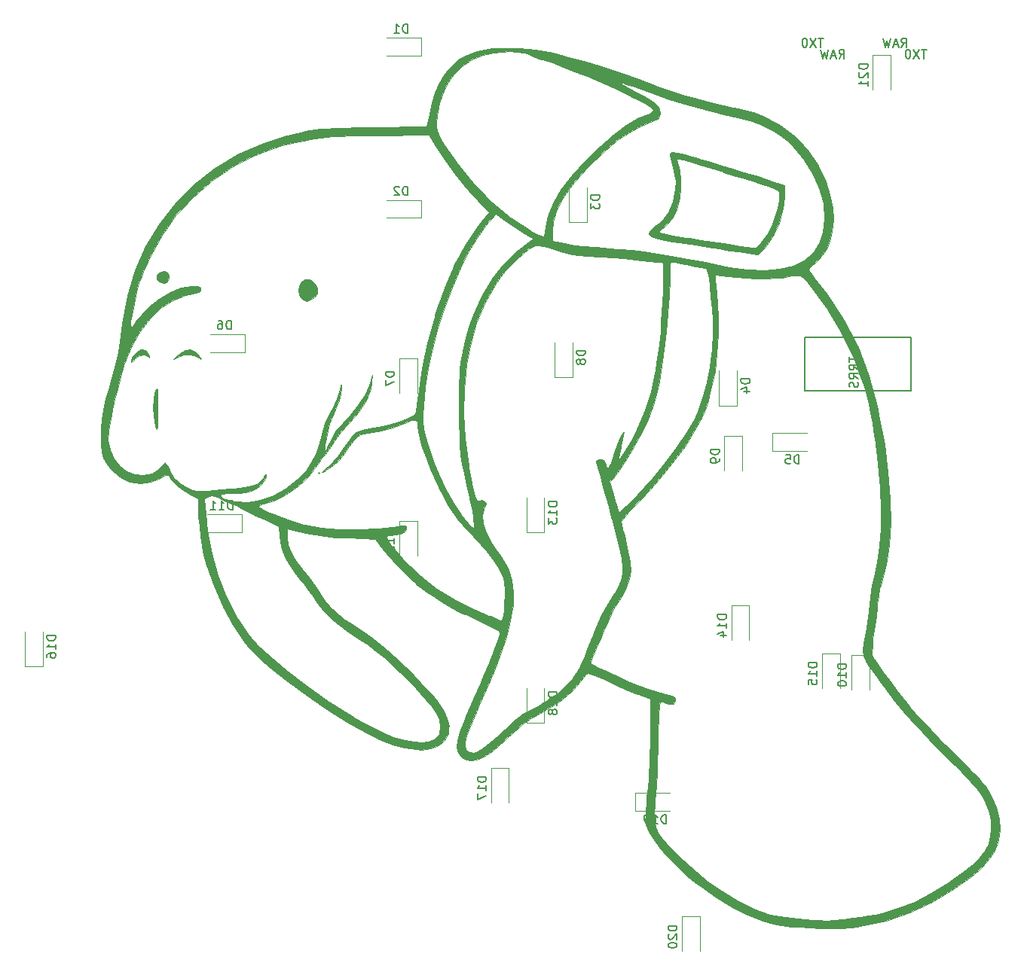
<source format=gbr>
G04 #@! TF.GenerationSoftware,KiCad,Pcbnew,(5.1.4-0)*
G04 #@! TF.CreationDate,2021-02-04T00:36:41-05:00*
G04 #@! TF.ProjectId,mxnatee,6d786e61-7465-4652-9e6b-696361645f70,rev?*
G04 #@! TF.SameCoordinates,Original*
G04 #@! TF.FileFunction,Legend,Bot*
G04 #@! TF.FilePolarity,Positive*
%FSLAX46Y46*%
G04 Gerber Fmt 4.6, Leading zero omitted, Abs format (unit mm)*
G04 Created by KiCad (PCBNEW (5.1.4-0)) date 2021-02-04 00:36:41*
%MOMM*%
%LPD*%
G04 APERTURE LIST*
%ADD10C,0.010000*%
%ADD11C,0.150000*%
%ADD12C,0.120000*%
G04 APERTURE END LIST*
D10*
G36*
X102624105Y-40414957D02*
G01*
X102483329Y-40526328D01*
X102436663Y-40757484D01*
X102490501Y-41167761D01*
X102651238Y-41816495D01*
X102849770Y-42508714D01*
X103058921Y-43692717D01*
X103031601Y-44574546D01*
X102755368Y-46024932D01*
X102248324Y-47216293D01*
X101489074Y-48185933D01*
X100538643Y-48920936D01*
X100128983Y-49286930D01*
X100072651Y-49649189D01*
X100276366Y-49917830D01*
X100538878Y-50020536D01*
X101082910Y-50157882D01*
X101830875Y-50312463D01*
X102705187Y-50466871D01*
X102771009Y-50477527D01*
X104007502Y-50675502D01*
X105311714Y-50882620D01*
X106633752Y-51091131D01*
X107923726Y-51293283D01*
X109131743Y-51481326D01*
X110207913Y-51647509D01*
X111102343Y-51784081D01*
X111765142Y-51883292D01*
X112146419Y-51937389D01*
X112217679Y-51945116D01*
X112391164Y-51820896D01*
X112726628Y-51500636D01*
X113068114Y-51142938D01*
X114023486Y-49853704D01*
X114733579Y-48361015D01*
X115162638Y-46757668D01*
X115279714Y-45402944D01*
X115279714Y-45257230D01*
X114733492Y-45257230D01*
X114661216Y-45910029D01*
X114500870Y-46705177D01*
X114274195Y-47544762D01*
X114002930Y-48330873D01*
X113835522Y-48719964D01*
X113396962Y-49544933D01*
X112924942Y-50268414D01*
X112469061Y-50826685D01*
X112078914Y-51156019D01*
X111891847Y-51217285D01*
X111612449Y-51189629D01*
X111055262Y-51114286D01*
X110300507Y-51002698D01*
X109428402Y-50866302D01*
X109410413Y-50863416D01*
X108413872Y-50704295D01*
X107192753Y-50510627D01*
X105881030Y-50303591D01*
X104612679Y-50104363D01*
X104224305Y-50043602D01*
X103227510Y-49883732D01*
X102361822Y-49737083D01*
X101688417Y-49614648D01*
X101268470Y-49527419D01*
X101157337Y-49492527D01*
X101236090Y-49338927D01*
X101526558Y-49025258D01*
X101891391Y-48686319D01*
X102658888Y-47843048D01*
X103190064Y-46846738D01*
X103509874Y-45636919D01*
X103630433Y-44472294D01*
X103646291Y-43394886D01*
X103561336Y-42571539D01*
X103433601Y-42082705D01*
X103285457Y-41589866D01*
X103222986Y-41259022D01*
X103232949Y-41190241D01*
X103444945Y-41200949D01*
X103965331Y-41318637D01*
X104758994Y-41533358D01*
X105790821Y-41835164D01*
X107025702Y-42214108D01*
X108428524Y-42660243D01*
X108476143Y-42675630D01*
X109567907Y-43025094D01*
X110781038Y-43407873D01*
X111942296Y-43769540D01*
X112623369Y-43978517D01*
X113453543Y-44251023D01*
X114121049Y-44509083D01*
X114558262Y-44724434D01*
X114695959Y-44844691D01*
X114733492Y-45257230D01*
X115279714Y-45257230D01*
X115279714Y-44190175D01*
X113964357Y-43727660D01*
X113244537Y-43483880D01*
X112307819Y-43179777D01*
X111285414Y-42857416D01*
X110471857Y-42607972D01*
X109457139Y-42301429D01*
X108238219Y-41932815D01*
X106958126Y-41545403D01*
X105759887Y-41182466D01*
X105592604Y-41131766D01*
X104644147Y-40855566D01*
X103805879Y-40632602D01*
X103144283Y-40478930D01*
X102725845Y-40410603D01*
X102624105Y-40414957D01*
X102624105Y-40414957D01*
G37*
X102624105Y-40414957D02*
X102483329Y-40526328D01*
X102436663Y-40757484D01*
X102490501Y-41167761D01*
X102651238Y-41816495D01*
X102849770Y-42508714D01*
X103058921Y-43692717D01*
X103031601Y-44574546D01*
X102755368Y-46024932D01*
X102248324Y-47216293D01*
X101489074Y-48185933D01*
X100538643Y-48920936D01*
X100128983Y-49286930D01*
X100072651Y-49649189D01*
X100276366Y-49917830D01*
X100538878Y-50020536D01*
X101082910Y-50157882D01*
X101830875Y-50312463D01*
X102705187Y-50466871D01*
X102771009Y-50477527D01*
X104007502Y-50675502D01*
X105311714Y-50882620D01*
X106633752Y-51091131D01*
X107923726Y-51293283D01*
X109131743Y-51481326D01*
X110207913Y-51647509D01*
X111102343Y-51784081D01*
X111765142Y-51883292D01*
X112146419Y-51937389D01*
X112217679Y-51945116D01*
X112391164Y-51820896D01*
X112726628Y-51500636D01*
X113068114Y-51142938D01*
X114023486Y-49853704D01*
X114733579Y-48361015D01*
X115162638Y-46757668D01*
X115279714Y-45402944D01*
X115279714Y-45257230D01*
X114733492Y-45257230D01*
X114661216Y-45910029D01*
X114500870Y-46705177D01*
X114274195Y-47544762D01*
X114002930Y-48330873D01*
X113835522Y-48719964D01*
X113396962Y-49544933D01*
X112924942Y-50268414D01*
X112469061Y-50826685D01*
X112078914Y-51156019D01*
X111891847Y-51217285D01*
X111612449Y-51189629D01*
X111055262Y-51114286D01*
X110300507Y-51002698D01*
X109428402Y-50866302D01*
X109410413Y-50863416D01*
X108413872Y-50704295D01*
X107192753Y-50510627D01*
X105881030Y-50303591D01*
X104612679Y-50104363D01*
X104224305Y-50043602D01*
X103227510Y-49883732D01*
X102361822Y-49737083D01*
X101688417Y-49614648D01*
X101268470Y-49527419D01*
X101157337Y-49492527D01*
X101236090Y-49338927D01*
X101526558Y-49025258D01*
X101891391Y-48686319D01*
X102658888Y-47843048D01*
X103190064Y-46846738D01*
X103509874Y-45636919D01*
X103630433Y-44472294D01*
X103646291Y-43394886D01*
X103561336Y-42571539D01*
X103433601Y-42082705D01*
X103285457Y-41589866D01*
X103222986Y-41259022D01*
X103232949Y-41190241D01*
X103444945Y-41200949D01*
X103965331Y-41318637D01*
X104758994Y-41533358D01*
X105790821Y-41835164D01*
X107025702Y-42214108D01*
X108428524Y-42660243D01*
X108476143Y-42675630D01*
X109567907Y-43025094D01*
X110781038Y-43407873D01*
X111942296Y-43769540D01*
X112623369Y-43978517D01*
X113453543Y-44251023D01*
X114121049Y-44509083D01*
X114558262Y-44724434D01*
X114695959Y-44844691D01*
X114733492Y-45257230D01*
X115279714Y-45257230D01*
X115279714Y-44190175D01*
X113964357Y-43727660D01*
X113244537Y-43483880D01*
X112307819Y-43179777D01*
X111285414Y-42857416D01*
X110471857Y-42607972D01*
X109457139Y-42301429D01*
X108238219Y-41932815D01*
X106958126Y-41545403D01*
X105759887Y-41182466D01*
X105592604Y-41131766D01*
X104644147Y-40855566D01*
X103805879Y-40632602D01*
X103144283Y-40478930D01*
X102725845Y-40410603D01*
X102624105Y-40414957D01*
G36*
X45040433Y-53967188D02*
G01*
X44755378Y-54268779D01*
X44749033Y-54668816D01*
X44814171Y-54800500D01*
X45169798Y-55104022D01*
X45606239Y-55157251D01*
X45958446Y-54955312D01*
X46115320Y-54565826D01*
X46123998Y-54266200D01*
X45992760Y-53954189D01*
X45650753Y-53850672D01*
X45540202Y-53848000D01*
X45040433Y-53967188D01*
X45040433Y-53967188D01*
G37*
X45040433Y-53967188D02*
X44755378Y-54268779D01*
X44749033Y-54668816D01*
X44814171Y-54800500D01*
X45169798Y-55104022D01*
X45606239Y-55157251D01*
X45958446Y-54955312D01*
X46115320Y-54565826D01*
X46123998Y-54266200D01*
X45992760Y-53954189D01*
X45650753Y-53850672D01*
X45540202Y-53848000D01*
X45040433Y-53967188D01*
G36*
X61043805Y-55016120D02*
G01*
X61032571Y-55027285D01*
X60735326Y-55530296D01*
X60669216Y-56119369D01*
X60831290Y-56655958D01*
X61072940Y-56921998D01*
X61505606Y-57159309D01*
X61872691Y-57144464D01*
X62319298Y-56866983D01*
X62368818Y-56828403D01*
X62762155Y-56336938D01*
X62807774Y-55785532D01*
X62504787Y-55220902D01*
X62401532Y-55109753D01*
X61916445Y-54743418D01*
X61486963Y-54713599D01*
X61043805Y-55016120D01*
X61043805Y-55016120D01*
G37*
X61043805Y-55016120D02*
X61032571Y-55027285D01*
X60735326Y-55530296D01*
X60669216Y-56119369D01*
X60831290Y-56655958D01*
X61072940Y-56921998D01*
X61505606Y-57159309D01*
X61872691Y-57144464D01*
X62319298Y-56866983D01*
X62368818Y-56828403D01*
X62762155Y-56336938D01*
X62807774Y-55785532D01*
X62504787Y-55220902D01*
X62401532Y-55109753D01*
X61916445Y-54743418D01*
X61486963Y-54713599D01*
X61043805Y-55016120D01*
G36*
X47951816Y-62713931D02*
G01*
X47267323Y-63133966D01*
X47201505Y-63192901D01*
X46609000Y-63738517D01*
X47153285Y-63466162D01*
X47839247Y-63247548D01*
X48569861Y-63207454D01*
X49205173Y-63343304D01*
X49483401Y-63509071D01*
X49717738Y-63687992D01*
X49723876Y-63606386D01*
X49696876Y-63554428D01*
X49200379Y-62929058D01*
X48607430Y-62647260D01*
X47951816Y-62713931D01*
X47951816Y-62713931D01*
G37*
X47951816Y-62713931D02*
X47267323Y-63133966D01*
X47201505Y-63192901D01*
X46609000Y-63738517D01*
X47153285Y-63466162D01*
X47839247Y-63247548D01*
X48569861Y-63207454D01*
X49205173Y-63343304D01*
X49483401Y-63509071D01*
X49717738Y-63687992D01*
X49723876Y-63606386D01*
X49696876Y-63554428D01*
X49200379Y-62929058D01*
X48607430Y-62647260D01*
X47951816Y-62713931D01*
G36*
X42527549Y-62854446D02*
G01*
X42121123Y-63292561D01*
X42053197Y-63411846D01*
X41861268Y-63856400D01*
X41885278Y-64012331D01*
X42115412Y-63871846D01*
X42346100Y-63644427D01*
X42850077Y-63283799D01*
X43361963Y-63208882D01*
X43760571Y-63409285D01*
X43943965Y-63526272D01*
X43953371Y-63370294D01*
X43790474Y-62998215D01*
X43455867Y-62684977D01*
X43003678Y-62644486D01*
X42527549Y-62854446D01*
X42527549Y-62854446D01*
G37*
X42527549Y-62854446D02*
X42121123Y-63292561D01*
X42053197Y-63411846D01*
X41861268Y-63856400D01*
X41885278Y-64012331D01*
X42115412Y-63871846D01*
X42346100Y-63644427D01*
X42850077Y-63283799D01*
X43361963Y-63208882D01*
X43760571Y-63409285D01*
X43943965Y-63526272D01*
X43953371Y-63370294D01*
X43790474Y-62998215D01*
X43455867Y-62684977D01*
X43003678Y-62644486D01*
X42527549Y-62854446D01*
G36*
X44678245Y-67068852D02*
G01*
X44663797Y-67092285D01*
X44515299Y-67553910D01*
X44420588Y-68261372D01*
X44381879Y-69101335D01*
X44401390Y-69960463D01*
X44481335Y-70725420D01*
X44583991Y-71174428D01*
X44687160Y-71477868D01*
X44759764Y-71623122D01*
X44807545Y-71572719D01*
X44836244Y-71289185D01*
X44851603Y-70735049D01*
X44859364Y-69872839D01*
X44861974Y-69360143D01*
X44861352Y-68324416D01*
X44845899Y-67614392D01*
X44812383Y-67193103D01*
X44757576Y-67023579D01*
X44678245Y-67068852D01*
X44678245Y-67068852D01*
G37*
X44678245Y-67068852D02*
X44663797Y-67092285D01*
X44515299Y-67553910D01*
X44420588Y-68261372D01*
X44381879Y-69101335D01*
X44401390Y-69960463D01*
X44481335Y-70725420D01*
X44583991Y-71174428D01*
X44687160Y-71477868D01*
X44759764Y-71623122D01*
X44807545Y-71572719D01*
X44836244Y-71289185D01*
X44851603Y-70735049D01*
X44859364Y-69872839D01*
X44861974Y-69360143D01*
X44861352Y-68324416D01*
X44845899Y-67614392D01*
X44812383Y-67193103D01*
X44757576Y-67023579D01*
X44678245Y-67068852D01*
G36*
X62846857Y-76526571D02*
G01*
X62937571Y-76617285D01*
X63028285Y-76526571D01*
X62937571Y-76435857D01*
X62846857Y-76526571D01*
X62846857Y-76526571D01*
G37*
X62846857Y-76526571D02*
X62937571Y-76617285D01*
X63028285Y-76526571D01*
X62937571Y-76435857D01*
X62846857Y-76526571D01*
G36*
X82536580Y-28777083D02*
G01*
X81591168Y-28890196D01*
X80737161Y-29094241D01*
X79885346Y-29402031D01*
X79492163Y-29571872D01*
X78791593Y-29947183D01*
X78177694Y-30434739D01*
X77529412Y-31132837D01*
X77443760Y-31235184D01*
X76825204Y-32071895D01*
X76329840Y-32970871D01*
X75922296Y-34016251D01*
X75567199Y-35292174D01*
X75373897Y-36158714D01*
X75089898Y-37519428D01*
X69013735Y-37629501D01*
X67300624Y-37662871D01*
X65902614Y-37696656D01*
X64771959Y-37733898D01*
X63860912Y-37777640D01*
X63121726Y-37830923D01*
X62506656Y-37896790D01*
X61967954Y-37978283D01*
X61457875Y-38078444D01*
X61253085Y-38123978D01*
X59069266Y-38686783D01*
X57019669Y-39341461D01*
X55183620Y-40060315D01*
X53807863Y-40723818D01*
X51203579Y-42324172D01*
X48866693Y-44166401D01*
X46804143Y-46239741D01*
X45022867Y-48533428D01*
X43529803Y-51036698D01*
X42331889Y-53738789D01*
X41436064Y-56628936D01*
X40849266Y-59696376D01*
X40693501Y-61069177D01*
X40452405Y-62915792D01*
X40064635Y-64616398D01*
X39890204Y-65204174D01*
X39393313Y-66849741D01*
X39020910Y-68233808D01*
X38758322Y-69429990D01*
X38590879Y-70511899D01*
X38503908Y-71553149D01*
X38483371Y-72263000D01*
X38495926Y-73324764D01*
X38581133Y-74130440D01*
X38773300Y-74784763D01*
X39106734Y-75392470D01*
X39615742Y-76058297D01*
X39796527Y-76271890D01*
X40683915Y-77046780D01*
X41724212Y-77511037D01*
X42872218Y-77658030D01*
X44082734Y-77481129D01*
X45153352Y-77057668D01*
X45731726Y-76794452D01*
X46049567Y-76741063D01*
X46129535Y-76811749D01*
X46395629Y-77249447D01*
X46886445Y-77773358D01*
X47506942Y-78298180D01*
X48162079Y-78738611D01*
X48439367Y-78884890D01*
X49421143Y-79349344D01*
X49421143Y-80517077D01*
X49455867Y-81385329D01*
X49550208Y-82451875D01*
X49689417Y-83609353D01*
X49858746Y-84750399D01*
X50043445Y-85767653D01*
X50228767Y-86553750D01*
X50268654Y-86686571D01*
X51170158Y-89222049D01*
X52188310Y-91548652D01*
X53299543Y-93618547D01*
X54480288Y-95383904D01*
X54684221Y-95647743D01*
X55436125Y-96488901D01*
X56466458Y-97474145D01*
X57736098Y-98571979D01*
X59205928Y-99750907D01*
X60836828Y-100979433D01*
X62589679Y-102226060D01*
X64216850Y-103322809D01*
X66266281Y-104617428D01*
X68099119Y-105661940D01*
X69747912Y-106470045D01*
X71245204Y-107055447D01*
X72623544Y-107431845D01*
X73915477Y-107612942D01*
X74458285Y-107634230D01*
X75549672Y-107510452D01*
X76442278Y-107144092D01*
X77102410Y-106572242D01*
X77496373Y-105831998D01*
X77573561Y-105117094D01*
X76635428Y-105117094D01*
X76494715Y-105868488D01*
X76071954Y-106395660D01*
X75366209Y-106698895D01*
X74376548Y-106778479D01*
X73102037Y-106634698D01*
X72261412Y-106456209D01*
X71386917Y-106185070D01*
X70315191Y-105761084D01*
X69151167Y-105232305D01*
X67999776Y-104646790D01*
X66965950Y-104052596D01*
X66838285Y-103972542D01*
X64012284Y-102127277D01*
X61529626Y-100397381D01*
X59390415Y-98782937D01*
X57594758Y-97284030D01*
X56142760Y-95900743D01*
X55034526Y-94633161D01*
X54918574Y-94480712D01*
X53678222Y-92575033D01*
X52584816Y-90401935D01*
X51664523Y-88036167D01*
X50943514Y-85552477D01*
X50447958Y-83025614D01*
X50237319Y-81109535D01*
X50113277Y-79342500D01*
X50616236Y-79151275D01*
X50947530Y-79070005D01*
X51297582Y-79116695D01*
X51777951Y-79317514D01*
X52155208Y-79512239D01*
X52724558Y-79798674D01*
X53182340Y-79998273D01*
X53409960Y-80064428D01*
X53701962Y-80161639D01*
X54102014Y-80396049D01*
X54110278Y-80401816D01*
X54468336Y-80611809D01*
X55069891Y-80922491D01*
X55825951Y-81289241D01*
X56519691Y-81609961D01*
X58447525Y-82480719D01*
X58540970Y-83585788D01*
X58744528Y-84829867D01*
X59158710Y-85977489D01*
X59824150Y-87117825D01*
X60622487Y-88153702D01*
X61255393Y-88939116D01*
X61902286Y-89798065D01*
X62457740Y-90588667D01*
X62640543Y-90869612D01*
X63129694Y-91574887D01*
X63698565Y-92236710D01*
X64398008Y-92900285D01*
X65278879Y-93610818D01*
X66392030Y-94413515D01*
X67382800Y-95085171D01*
X68460920Y-95826951D01*
X69441572Y-96561013D01*
X70391123Y-97344761D01*
X71375941Y-98235594D01*
X72462394Y-99290915D01*
X73689527Y-100539872D01*
X74765875Y-101697707D01*
X75574050Y-102676776D01*
X76137750Y-103513898D01*
X76480671Y-104245893D01*
X76626510Y-104909580D01*
X76635428Y-105117094D01*
X77573561Y-105117094D01*
X77590474Y-104960452D01*
X77468580Y-104320195D01*
X77222970Y-103671068D01*
X76862439Y-103000657D01*
X76354729Y-102266540D01*
X75667581Y-101426300D01*
X74768737Y-100437515D01*
X73625938Y-99257765D01*
X73595281Y-99226789D01*
X72262617Y-97911807D01*
X71062932Y-96804349D01*
X69903642Y-95827707D01*
X68692166Y-94905174D01*
X67335920Y-93960042D01*
X66838285Y-93628448D01*
X65782599Y-92904076D01*
X64968363Y-92268411D01*
X64314667Y-91643585D01*
X63740598Y-90951731D01*
X63165244Y-90114982D01*
X63129232Y-90058963D01*
X62591112Y-89267800D01*
X61936112Y-88374040D01*
X61288547Y-87546177D01*
X61162396Y-87393180D01*
X60354524Y-86338623D01*
X59815609Y-85412308D01*
X59511979Y-84542273D01*
X59409964Y-83656556D01*
X59409851Y-83647643D01*
X59413134Y-83145072D01*
X59432869Y-82834513D01*
X59448381Y-82785857D01*
X59633514Y-82824591D01*
X60099171Y-82929737D01*
X60772640Y-83084707D01*
X61489452Y-83251461D01*
X62560386Y-83474213D01*
X63634102Y-83633449D01*
X64827297Y-83742727D01*
X66256664Y-83815607D01*
X66384714Y-83820272D01*
X69287571Y-83923479D01*
X70013285Y-84843862D01*
X70950283Y-85975001D01*
X71964308Y-87101717D01*
X72964146Y-88126770D01*
X73858584Y-88952922D01*
X73903873Y-88991474D01*
X74446787Y-89414278D01*
X75171906Y-89928041D01*
X76005817Y-90486301D01*
X76875108Y-91042594D01*
X77706367Y-91550457D01*
X78426181Y-91963427D01*
X78961138Y-92235040D01*
X79136852Y-92303470D01*
X79462498Y-92430530D01*
X80030838Y-92678930D01*
X80758259Y-93011292D01*
X81464493Y-93343978D01*
X82280586Y-93739081D01*
X82819005Y-94021982D01*
X83131629Y-94232331D01*
X83270338Y-94409779D01*
X83287011Y-94593977D01*
X83261703Y-94717560D01*
X83100794Y-95237119D01*
X82820713Y-96015905D01*
X82449940Y-96981690D01*
X82016958Y-98062245D01*
X81550249Y-99185340D01*
X81078296Y-100278748D01*
X80991289Y-100475143D01*
X80528043Y-101523171D01*
X80010671Y-102704886D01*
X79517978Y-103839867D01*
X79276400Y-104401387D01*
X78788004Y-105657956D01*
X78519702Y-106658714D01*
X78473581Y-107437917D01*
X78651731Y-108029821D01*
X79056243Y-108468684D01*
X79540456Y-108731041D01*
X80085550Y-108857238D01*
X80686532Y-108787327D01*
X81373938Y-108503833D01*
X82178303Y-107989285D01*
X83130163Y-107226209D01*
X84260056Y-106197133D01*
X84688284Y-105785409D01*
X85820635Y-104785945D01*
X86932424Y-103994089D01*
X87409713Y-103720418D01*
X88855894Y-102925910D01*
X90009712Y-102199809D01*
X90925518Y-101503493D01*
X91657663Y-100798337D01*
X91878585Y-100544697D01*
X92330591Y-99988594D01*
X92702688Y-99507305D01*
X92921293Y-99196317D01*
X92932836Y-99176559D01*
X93027436Y-99073686D01*
X93193495Y-99045000D01*
X93480562Y-99106280D01*
X93938184Y-99273303D01*
X94615909Y-99561847D01*
X95563284Y-99987691D01*
X95756839Y-100075841D01*
X96739680Y-100516568D01*
X97682330Y-100926005D01*
X98501955Y-101269107D01*
X99115724Y-101510825D01*
X99314430Y-101581052D01*
X100221143Y-101877623D01*
X100211360Y-105712097D01*
X100199921Y-106966852D01*
X100173820Y-108200436D01*
X100135911Y-109329759D01*
X100089045Y-110271728D01*
X100036075Y-110943253D01*
X100029886Y-110998000D01*
X99936608Y-111876455D01*
X99840682Y-112926306D01*
X99759224Y-113956629D01*
X99741068Y-114219711D01*
X99691949Y-115043071D01*
X99687107Y-115616957D01*
X99744696Y-116053812D01*
X99882869Y-116466079D01*
X100119780Y-116966199D01*
X100214809Y-117154092D01*
X100690634Y-117913513D01*
X101405044Y-118822199D01*
X102300501Y-119819710D01*
X103319468Y-120845603D01*
X104404407Y-121839438D01*
X105497782Y-122740773D01*
X105628831Y-122841377D01*
X107468967Y-124146523D01*
X109315409Y-125275066D01*
X111112818Y-126198659D01*
X112805852Y-126888955D01*
X114339169Y-127317609D01*
X114386039Y-127326895D01*
X115041885Y-127423490D01*
X115943474Y-127513119D01*
X117011317Y-127592292D01*
X118165926Y-127657519D01*
X119327812Y-127705310D01*
X120417486Y-127732175D01*
X121355460Y-127734624D01*
X122062244Y-127709166D01*
X122355428Y-127676812D01*
X122757253Y-127611377D01*
X123386551Y-127513971D01*
X124111731Y-127404941D01*
X124158600Y-127398003D01*
X126752240Y-126848185D01*
X129333220Y-125964157D01*
X131921033Y-124737797D01*
X134535173Y-123160980D01*
X134874000Y-122932532D01*
X136200682Y-121978666D01*
X137235375Y-121117480D01*
X138022392Y-120305400D01*
X138606047Y-119498851D01*
X138880054Y-118993232D01*
X139341067Y-117789994D01*
X139528788Y-116617701D01*
X139522245Y-116528878D01*
X138502571Y-116528878D01*
X138438014Y-117430807D01*
X138224347Y-118251409D01*
X137831582Y-119028806D01*
X137229729Y-119801122D01*
X136388797Y-120606479D01*
X135278796Y-121483002D01*
X133869737Y-122468814D01*
X133785428Y-122525315D01*
X131795221Y-123766550D01*
X129920763Y-124737820D01*
X128081662Y-125474437D01*
X126197527Y-126011715D01*
X125512798Y-126159156D01*
X124660898Y-126320474D01*
X123851642Y-126452876D01*
X122993396Y-126568148D01*
X121994528Y-126678075D01*
X120763404Y-126794441D01*
X120159275Y-126847702D01*
X119874514Y-126843164D01*
X119307723Y-126812480D01*
X118538390Y-126760613D01*
X117646007Y-126692521D01*
X117555558Y-126685214D01*
X116023316Y-126544783D01*
X114768333Y-126382867D01*
X113705026Y-126174548D01*
X112747814Y-125894907D01*
X111811114Y-125519026D01*
X110809344Y-125021986D01*
X109679818Y-124392067D01*
X108066532Y-123405851D01*
X106611185Y-122383312D01*
X105209809Y-121243656D01*
X103758441Y-119906090D01*
X103198364Y-119355247D01*
X102266729Y-118404605D01*
X101576345Y-117623766D01*
X101097829Y-116940823D01*
X100801796Y-116283871D01*
X100658865Y-115581005D01*
X100639653Y-114760317D01*
X100714775Y-113749904D01*
X100754063Y-113373605D01*
X100820601Y-112607935D01*
X100888075Y-111560354D01*
X100952539Y-110311777D01*
X101010047Y-108943117D01*
X101056651Y-107535287D01*
X101076391Y-106765476D01*
X101109001Y-105358861D01*
X101137997Y-104274409D01*
X101167781Y-103471510D01*
X101202755Y-102909560D01*
X101247321Y-102547950D01*
X101305882Y-102346073D01*
X101382838Y-102263323D01*
X101482592Y-102259092D01*
X101562696Y-102279486D01*
X102236013Y-102459945D01*
X102641662Y-102519495D01*
X102856592Y-102450821D01*
X102957753Y-102246605D01*
X102979954Y-102144735D01*
X102999806Y-101894265D01*
X102892632Y-101725622D01*
X102585165Y-101587924D01*
X102004140Y-101430287D01*
X101921905Y-101409921D01*
X101073626Y-101162743D01*
X99993776Y-100791829D01*
X98776196Y-100333983D01*
X97514726Y-99826009D01*
X96303206Y-99304713D01*
X95235476Y-98806899D01*
X95050428Y-98714896D01*
X94401839Y-98386263D01*
X93890468Y-98123293D01*
X93592389Y-97965288D01*
X93547805Y-97938640D01*
X93571871Y-97741707D01*
X93723635Y-97279126D01*
X93976253Y-96613553D01*
X94302884Y-95807644D01*
X94676686Y-94924053D01*
X95070816Y-94025437D01*
X95458432Y-93174451D01*
X95812692Y-92433751D01*
X96106754Y-91865991D01*
X96259000Y-91610120D01*
X97016630Y-90410125D01*
X97547190Y-89388662D01*
X97866627Y-88454810D01*
X97990891Y-87517644D01*
X97935931Y-86486241D01*
X97717696Y-85269678D01*
X97518790Y-84428157D01*
X97305926Y-83558592D01*
X97129902Y-82808611D01*
X97007640Y-82252593D01*
X96956064Y-81964918D01*
X96955428Y-81952002D01*
X97075832Y-81745012D01*
X97404139Y-81339610D01*
X97890991Y-80793279D01*
X98487033Y-80163503D01*
X98521333Y-80128273D01*
X100102774Y-78443274D01*
X101590186Y-76735587D01*
X102934825Y-75065741D01*
X104087953Y-73494265D01*
X105000816Y-72081706D01*
X105577902Y-71084677D01*
X106002600Y-70285416D01*
X106321858Y-69578490D01*
X106582623Y-68858464D01*
X106831843Y-68019906D01*
X106868296Y-67887737D01*
X107468294Y-65079347D01*
X107787505Y-62078769D01*
X107801862Y-60811884D01*
X107243146Y-60811884D01*
X107134835Y-62646708D01*
X106897695Y-64528981D01*
X106547259Y-66373782D01*
X106099057Y-68096193D01*
X105568622Y-69611292D01*
X105105861Y-70598069D01*
X104207001Y-72106111D01*
X103090599Y-73746253D01*
X101823797Y-75425604D01*
X100473736Y-77051271D01*
X100292764Y-77257039D01*
X99527952Y-78107508D01*
X98779930Y-78915907D01*
X98088635Y-79641484D01*
X97494005Y-80243488D01*
X97035978Y-80681167D01*
X96754490Y-80913769D01*
X96686162Y-80937144D01*
X96618489Y-80749767D01*
X96476591Y-80291709D01*
X96284411Y-79641613D01*
X96155640Y-79194586D01*
X95674339Y-77508315D01*
X96292754Y-76745300D01*
X97248932Y-75435617D01*
X98213293Y-73880545D01*
X99125751Y-72191074D01*
X99926221Y-70478192D01*
X100536365Y-68906571D01*
X100880963Y-67712616D01*
X101209623Y-66220866D01*
X101514230Y-64496301D01*
X101786669Y-62603899D01*
X102018828Y-60608639D01*
X102202591Y-58575500D01*
X102329846Y-56569460D01*
X102392477Y-54655498D01*
X102397643Y-54001056D01*
X102405429Y-53497681D01*
X101699286Y-53497681D01*
X101691072Y-54221091D01*
X101665850Y-55134472D01*
X101626275Y-56180481D01*
X101574999Y-57301778D01*
X101514675Y-58441020D01*
X101447956Y-59540864D01*
X101377496Y-60543969D01*
X101305947Y-61392992D01*
X101235963Y-62030592D01*
X101225972Y-62103000D01*
X101084830Y-63084840D01*
X100936337Y-64111257D01*
X100804152Y-65018949D01*
X100754127Y-65359876D01*
X100334876Y-67321939D01*
X99639745Y-69435123D01*
X98871978Y-71250125D01*
X98494026Y-72026283D01*
X98077612Y-72819912D01*
X97658821Y-73569656D01*
X97273737Y-74214161D01*
X96958444Y-74692072D01*
X96749028Y-74942032D01*
X96690761Y-74958887D01*
X96698309Y-74764448D01*
X96772455Y-74302509D01*
X96898643Y-73659232D01*
X96954645Y-73396928D01*
X97094944Y-72719100D01*
X97187924Y-72201297D01*
X97219557Y-71924926D01*
X97212577Y-71900143D01*
X97069554Y-72059620D01*
X96850126Y-72484778D01*
X96588482Y-73095700D01*
X96318807Y-73812473D01*
X96075286Y-74555182D01*
X96071739Y-74567005D01*
X95800100Y-75385989D01*
X95578454Y-75853144D01*
X95400861Y-75975160D01*
X95261379Y-75758728D01*
X95207048Y-75540738D01*
X95070906Y-75144129D01*
X94798657Y-74998322D01*
X94554768Y-74984428D01*
X94186944Y-75021246D01*
X94104196Y-75169829D01*
X94145884Y-75301928D01*
X94246519Y-75609294D01*
X94408170Y-76173785D01*
X94604166Y-76900424D01*
X94719044Y-77343000D01*
X94929699Y-78147679D01*
X95208635Y-79186716D01*
X95524728Y-80345494D01*
X95846855Y-81509393D01*
X95964364Y-81929148D01*
X96420683Y-83605055D01*
X96756920Y-84988064D01*
X96973897Y-86127403D01*
X97072438Y-87072295D01*
X97053364Y-87871966D01*
X96917501Y-88575641D01*
X96665669Y-89232545D01*
X96298693Y-89891902D01*
X96102529Y-90193148D01*
X95372452Y-91350026D01*
X94736814Y-92531731D01*
X94133578Y-93860793D01*
X93698479Y-94941571D01*
X93217656Y-96175579D01*
X92837030Y-97126450D01*
X92529472Y-97850831D01*
X92267851Y-98405370D01*
X92025039Y-98846714D01*
X91773906Y-99231511D01*
X91487323Y-99616408D01*
X91415651Y-99708218D01*
X90657784Y-100568144D01*
X89804080Y-101304198D01*
X88730118Y-102022962D01*
X88673231Y-102057445D01*
X88226280Y-102328383D01*
X87884000Y-102537473D01*
X87583497Y-102705319D01*
X87077606Y-102972008D01*
X86580368Y-103226693D01*
X85954401Y-103614772D01*
X85174300Y-104207904D01*
X84325609Y-104938708D01*
X83894312Y-105342350D01*
X82928518Y-106234219D01*
X82043605Y-106976916D01*
X81280836Y-107539817D01*
X80681476Y-107892300D01*
X80307266Y-108004428D01*
X79949959Y-107922776D01*
X79707787Y-107816616D01*
X79487401Y-107611324D01*
X79389439Y-107274333D01*
X79421860Y-106776114D01*
X79592621Y-106087134D01*
X79909682Y-105177863D01*
X80380999Y-104018770D01*
X81014532Y-102580323D01*
X81270626Y-102017285D01*
X82207285Y-99916106D01*
X82972157Y-98070627D01*
X83582979Y-96427118D01*
X84057487Y-94931852D01*
X84413418Y-93531099D01*
X84668509Y-92171131D01*
X84774364Y-91403714D01*
X84826476Y-90358683D01*
X83870110Y-90358683D01*
X83836243Y-91187689D01*
X83770434Y-91957390D01*
X83677334Y-92589045D01*
X83561593Y-93003912D01*
X83448662Y-93127285D01*
X83266713Y-93058480D01*
X82840114Y-92876559D01*
X82254681Y-92618263D01*
X82144012Y-92568717D01*
X81370749Y-92223622D01*
X80579636Y-91873456D01*
X79992780Y-91616217D01*
X78044441Y-90635352D01*
X76124396Y-89418338D01*
X74335854Y-88039151D01*
X72782027Y-86571766D01*
X72453654Y-86212603D01*
X71651625Y-85295679D01*
X71081972Y-84610035D01*
X70727982Y-84123099D01*
X70572940Y-83802296D01*
X70600133Y-83615054D01*
X70792846Y-83528797D01*
X71067207Y-83510559D01*
X71507147Y-83461368D01*
X72065131Y-83342095D01*
X72145071Y-83320603D01*
X72622626Y-83129537D01*
X72812790Y-82873376D01*
X72825428Y-82752668D01*
X72792825Y-82529150D01*
X72633344Y-82439921D01*
X72254475Y-82457458D01*
X71963643Y-82496269D01*
X69683599Y-82746866D01*
X67416233Y-82856548D01*
X65239930Y-82826734D01*
X63233073Y-82658839D01*
X61474045Y-82354281D01*
X61260016Y-82302817D01*
X60544858Y-82100622D01*
X59712846Y-81828735D01*
X58834286Y-81514737D01*
X57979486Y-81186213D01*
X57218751Y-80870743D01*
X56622387Y-80595912D01*
X56260702Y-80389302D01*
X56186394Y-80312325D01*
X56299658Y-80151563D01*
X56675376Y-80009830D01*
X56806462Y-79982115D01*
X57916624Y-79642900D01*
X59104215Y-79048875D01*
X60276261Y-78265586D01*
X61339786Y-77358577D01*
X62201817Y-76393395D01*
X62486987Y-75977452D01*
X62852317Y-75445260D01*
X63328128Y-74825918D01*
X63605203Y-74493154D01*
X64074492Y-73897083D01*
X64499621Y-73268327D01*
X64676448Y-72958713D01*
X64967151Y-72513171D01*
X65442336Y-71915258D01*
X66022593Y-71261653D01*
X66349932Y-70921330D01*
X67455748Y-69641558D01*
X68271037Y-68335996D01*
X68771382Y-67048199D01*
X68903090Y-66366571D01*
X69010784Y-65459428D01*
X68604892Y-66643218D01*
X68114366Y-67745800D01*
X67405504Y-68914131D01*
X66566229Y-70019359D01*
X65684467Y-70932630D01*
X65668068Y-70947114D01*
X64861953Y-71872002D01*
X64298290Y-72897990D01*
X64022365Y-73474900D01*
X63795789Y-73879177D01*
X63660849Y-74036837D01*
X63649448Y-74033210D01*
X63604352Y-73775831D01*
X63655214Y-73260487D01*
X63781882Y-72572994D01*
X63964203Y-71799166D01*
X64182025Y-71024817D01*
X64415195Y-70335761D01*
X64636142Y-69831596D01*
X64951773Y-69142724D01*
X65224068Y-68373843D01*
X65425885Y-67626176D01*
X65530080Y-67000944D01*
X65509508Y-66599371D01*
X65505623Y-66589186D01*
X65431623Y-66556627D01*
X65401180Y-66751975D01*
X65278575Y-67405555D01*
X64977688Y-68243270D01*
X64540192Y-69160663D01*
X64210161Y-69737440D01*
X63647054Y-70927409D01*
X63294077Y-72186726D01*
X62996094Y-73417149D01*
X62632730Y-74418951D01*
X62145801Y-75326295D01*
X61580757Y-76137462D01*
X60534056Y-77281447D01*
X59285482Y-78248265D01*
X57903341Y-79007708D01*
X56455940Y-79529566D01*
X55011585Y-79783629D01*
X53638583Y-79739688D01*
X53491970Y-79714834D01*
X52798350Y-79545534D01*
X52255334Y-79336065D01*
X51929518Y-79119956D01*
X51887495Y-78930735D01*
X51901821Y-78914226D01*
X52132303Y-78852806D01*
X52617849Y-78809243D01*
X53216024Y-78793416D01*
X53975786Y-78761545D01*
X54708137Y-78680119D01*
X55136143Y-78595462D01*
X55746225Y-78335181D01*
X56324547Y-77932247D01*
X56779147Y-77468860D01*
X57018062Y-77027218D01*
X57033879Y-76899195D01*
X57007015Y-76685060D01*
X56908253Y-76761005D01*
X56757136Y-77023219D01*
X56460684Y-77433962D01*
X56041956Y-77743349D01*
X55445579Y-77970219D01*
X54616179Y-78133414D01*
X53498383Y-78251775D01*
X53049714Y-78284685D01*
X52088865Y-78353484D01*
X51176860Y-78425567D01*
X50420268Y-78492108D01*
X49946019Y-78541715D01*
X49318074Y-78565499D01*
X48749015Y-78431925D01*
X48222447Y-78193592D01*
X47370169Y-77673699D01*
X46743990Y-77055052D01*
X46219947Y-76212174D01*
X46172215Y-76118357D01*
X45925152Y-75666550D01*
X45734310Y-75389049D01*
X45678924Y-75347285D01*
X45505898Y-75475278D01*
X45227062Y-75787013D01*
X45198578Y-75822842D01*
X44757470Y-76232969D01*
X44225794Y-76548557D01*
X43236135Y-76787398D01*
X42274453Y-76702168D01*
X41381056Y-76331442D01*
X40596252Y-75713795D01*
X39960352Y-74887804D01*
X39513663Y-73892043D01*
X39296495Y-72765088D01*
X39309818Y-71843957D01*
X39399702Y-71249905D01*
X39566636Y-70390479D01*
X39790718Y-69349972D01*
X40052046Y-68212676D01*
X40330720Y-67062883D01*
X40606836Y-65984884D01*
X40860492Y-65062972D01*
X41071724Y-64381624D01*
X41881186Y-62398282D01*
X42853678Y-60654687D01*
X43968495Y-59173211D01*
X45204934Y-57976227D01*
X46542291Y-57086108D01*
X47959861Y-56525226D01*
X48443252Y-56415920D01*
X49115152Y-56275406D01*
X49498675Y-56141539D01*
X49666050Y-55980636D01*
X49693285Y-55833034D01*
X49649681Y-55631638D01*
X49462196Y-55528999D01*
X49045818Y-55497232D01*
X48678127Y-55500061D01*
X47512627Y-55682577D01*
X46272970Y-56165424D01*
X45025390Y-56914334D01*
X43836122Y-57895041D01*
X43599847Y-58127371D01*
X43053479Y-58706488D01*
X42605292Y-59228296D01*
X42319641Y-59615587D01*
X42256360Y-59739243D01*
X42077116Y-60049003D01*
X41892273Y-60070663D01*
X41801432Y-59796764D01*
X41801143Y-59773329D01*
X41842363Y-59386902D01*
X41952743Y-58742058D01*
X42112358Y-57932135D01*
X42301283Y-57050468D01*
X42499595Y-56190392D01*
X42687369Y-55445245D01*
X42830511Y-54951178D01*
X43035830Y-54392919D01*
X43347476Y-53630915D01*
X43714164Y-52788257D01*
X43919088Y-52338534D01*
X45261013Y-49871745D01*
X46905651Y-47577242D01*
X48820516Y-45488366D01*
X50973122Y-43638460D01*
X53330981Y-42060862D01*
X54607471Y-41369167D01*
X56042556Y-40692128D01*
X57397940Y-40152683D01*
X58800544Y-39708018D01*
X60377286Y-39315318D01*
X61243406Y-39130631D01*
X61940607Y-38991910D01*
X62563328Y-38880826D01*
X63165913Y-38793618D01*
X63802704Y-38726524D01*
X64528046Y-38675784D01*
X65396282Y-38637635D01*
X66461757Y-38608316D01*
X67778812Y-38584065D01*
X69401793Y-38561121D01*
X69487336Y-38560001D01*
X75311386Y-38483903D01*
X75820760Y-39362380D01*
X76896955Y-41057404D01*
X78182948Y-42818108D01*
X79581869Y-44516216D01*
X80357278Y-45369572D01*
X82116625Y-47232573D01*
X81284156Y-48206989D01*
X80730582Y-48927115D01*
X80088355Y-49875441D01*
X79419170Y-50949921D01*
X78784716Y-52048509D01*
X78246687Y-53069160D01*
X77928701Y-53757285D01*
X77367578Y-55109466D01*
X76927374Y-56208619D01*
X76579170Y-57132193D01*
X76294046Y-57957637D01*
X76043084Y-58762398D01*
X75981620Y-58971745D01*
X75182994Y-61956435D01*
X74592847Y-64690020D01*
X74215278Y-67153340D01*
X74196011Y-67323329D01*
X74090303Y-68226569D01*
X73988383Y-69001171D01*
X73900597Y-69574798D01*
X73837289Y-69875112D01*
X73828004Y-69896794D01*
X73563607Y-70092869D01*
X73021942Y-70340749D01*
X72280339Y-70615260D01*
X71416127Y-70891228D01*
X70506636Y-71143480D01*
X69629196Y-71346842D01*
X69060010Y-71448960D01*
X68251560Y-71577785D01*
X67660186Y-71717490D01*
X67208580Y-71922487D01*
X66819434Y-72247187D01*
X66415437Y-72746003D01*
X65919283Y-73473346D01*
X65691061Y-73820118D01*
X65174859Y-74539008D01*
X64616294Y-75211025D01*
X64111851Y-75722986D01*
X63966681Y-75842854D01*
X63488194Y-76222921D01*
X63312611Y-76404471D01*
X63435141Y-76380434D01*
X63850992Y-76143737D01*
X64075105Y-76002851D01*
X64657844Y-75576982D01*
X65213542Y-75042546D01*
X65812221Y-74324985D01*
X66394714Y-73533000D01*
X66886818Y-72865134D01*
X67271869Y-72439219D01*
X67636872Y-72190604D01*
X68068835Y-72054635D01*
X68471143Y-71990061D01*
X69957017Y-71740351D01*
X71281335Y-71414519D01*
X72358500Y-71034937D01*
X72655355Y-70896531D01*
X73341819Y-70599001D01*
X73786504Y-70541292D01*
X74025625Y-70730028D01*
X74095428Y-71159804D01*
X74147122Y-71834355D01*
X74311570Y-72643407D01*
X74602820Y-73635787D01*
X75034920Y-74860322D01*
X75520463Y-76112712D01*
X76497555Y-78315709D01*
X77559578Y-80217610D01*
X78743383Y-81876979D01*
X80060537Y-83327592D01*
X80947865Y-84255421D01*
X81790878Y-85240433D01*
X82541871Y-86218002D01*
X83153138Y-87123504D01*
X83576972Y-87892314D01*
X83733558Y-88303257D01*
X83823418Y-88837726D01*
X83867385Y-89549115D01*
X83870110Y-90358683D01*
X84826476Y-90358683D01*
X84850645Y-89874021D01*
X84667174Y-88499789D01*
X84200263Y-87201514D01*
X83426224Y-85899692D01*
X82942331Y-85254857D01*
X82240678Y-84228650D01*
X81728462Y-83181336D01*
X81422243Y-82174955D01*
X81338579Y-81271548D01*
X81494029Y-80533155D01*
X81621380Y-80305674D01*
X81792696Y-79993762D01*
X81721210Y-79789408D01*
X81630086Y-79706030D01*
X81251132Y-79574330D01*
X81027990Y-79598709D01*
X80859114Y-79612420D01*
X80710919Y-79510997D01*
X80571356Y-79255071D01*
X80428375Y-78805273D01*
X80269928Y-78122234D01*
X80083966Y-77166586D01*
X79858438Y-75898960D01*
X79810093Y-75619428D01*
X79393267Y-72622795D01*
X79218295Y-69801934D01*
X79286440Y-67060990D01*
X79598966Y-64304108D01*
X79986949Y-62203800D01*
X80694781Y-59611250D01*
X81674344Y-57243532D01*
X82938518Y-55071192D01*
X83377761Y-54449705D01*
X83908109Y-53800599D01*
X84565454Y-53099362D01*
X85283042Y-52406286D01*
X85994116Y-51781667D01*
X86631921Y-51285797D01*
X87129701Y-50978969D01*
X87286191Y-50919632D01*
X87641785Y-50926773D01*
X88226307Y-51035725D01*
X88927672Y-51224299D01*
X89100477Y-51278791D01*
X90141765Y-51594159D01*
X91104317Y-51826370D01*
X92095243Y-51992971D01*
X93221655Y-52111511D01*
X94590664Y-52199537D01*
X94778285Y-52208979D01*
X95953574Y-52281304D01*
X97290689Y-52386176D01*
X98591916Y-52507187D01*
X99312888Y-52585329D01*
X100177572Y-52685694D01*
X100902485Y-52768600D01*
X101416602Y-52826016D01*
X101648900Y-52849906D01*
X101654081Y-52850143D01*
X101687840Y-53021584D01*
X101699286Y-53497681D01*
X102405429Y-53497681D01*
X102408094Y-53325439D01*
X102450791Y-52941606D01*
X102544001Y-52778753D01*
X102705993Y-52766078D01*
X102715785Y-52768026D01*
X103033593Y-52830275D01*
X103603054Y-52939067D01*
X104319123Y-53074379D01*
X104575428Y-53122514D01*
X105314052Y-53264578D01*
X105938019Y-53391092D01*
X106343858Y-53480851D01*
X106414009Y-53499300D01*
X106545572Y-53640762D01*
X106667841Y-54001170D01*
X106784481Y-54606453D01*
X106899158Y-55482536D01*
X107015537Y-56655346D01*
X107137283Y-58150809D01*
X107207097Y-59109428D01*
X107243146Y-60811884D01*
X107801862Y-60811884D01*
X107823225Y-58926912D01*
X107637626Y-56244276D01*
X107560966Y-55443500D01*
X107511283Y-54786867D01*
X107493557Y-54351293D01*
X107506151Y-54213230D01*
X107710796Y-54206973D01*
X108133750Y-54279922D01*
X108299808Y-54318643D01*
X108952865Y-54429143D01*
X109869452Y-54516736D01*
X110954043Y-54579175D01*
X112111110Y-54614213D01*
X113245128Y-54619600D01*
X114260570Y-54593090D01*
X115061911Y-54532435D01*
X115370428Y-54485010D01*
X116166730Y-54329973D01*
X116708736Y-54275718D01*
X117098217Y-54353171D01*
X117436945Y-54593253D01*
X117826693Y-55026889D01*
X118050771Y-55299428D01*
X119993006Y-57917992D01*
X121669184Y-60693599D01*
X123042267Y-63560710D01*
X123711679Y-65316371D01*
X124143666Y-66603560D01*
X124481421Y-67702809D01*
X124750471Y-68721733D01*
X124976343Y-69767945D01*
X125184565Y-70949061D01*
X125400664Y-72372695D01*
X125424063Y-72535143D01*
X125805535Y-75493307D01*
X126053976Y-78151925D01*
X126169148Y-80549135D01*
X126150814Y-82723076D01*
X125998735Y-84711886D01*
X125712672Y-86553705D01*
X125326392Y-88167361D01*
X125181921Y-88820522D01*
X125041902Y-89694227D01*
X124927485Y-90646548D01*
X124884685Y-91131571D01*
X124778841Y-92193011D01*
X124620921Y-93370422D01*
X124439242Y-94460932D01*
X124373696Y-94792123D01*
X124189395Y-95760060D01*
X124121147Y-96485208D01*
X124188915Y-97074682D01*
X124412662Y-97635595D01*
X124812352Y-98275062D01*
X125097508Y-98675783D01*
X125607212Y-99378934D01*
X126140249Y-100115316D01*
X126528285Y-100652216D01*
X127658947Y-102129335D01*
X129006162Y-103741081D01*
X130496011Y-105404624D01*
X132054571Y-107037131D01*
X133440767Y-108397966D01*
X134837204Y-109756655D01*
X135965731Y-110940875D01*
X136851195Y-111990540D01*
X137518443Y-112945561D01*
X137992321Y-113845851D01*
X138297677Y-114731321D01*
X138459358Y-115641884D01*
X138502571Y-116528878D01*
X139522245Y-116528878D01*
X139439793Y-115409612D01*
X139070655Y-114098985D01*
X138568755Y-112926408D01*
X138357467Y-112506331D01*
X138130943Y-112115934D01*
X137856360Y-111717354D01*
X137500894Y-111272729D01*
X137031723Y-110744194D01*
X136416024Y-110093887D01*
X135620975Y-109283946D01*
X134613752Y-108276506D01*
X134066060Y-107732285D01*
X133022342Y-106683670D01*
X132002173Y-105635157D01*
X131052097Y-104636344D01*
X130218659Y-103736832D01*
X129548401Y-102986219D01*
X129087869Y-102434106D01*
X129058050Y-102395521D01*
X128001211Y-101012198D01*
X127147282Y-99886591D01*
X126475845Y-98990426D01*
X125966480Y-98295430D01*
X125598768Y-97773331D01*
X125352291Y-97395855D01*
X125206630Y-97134729D01*
X125145387Y-96977828D01*
X125125557Y-96632453D01*
X125158667Y-96023909D01*
X125237650Y-95246889D01*
X125321452Y-94619257D01*
X125459747Y-93616610D01*
X125591025Y-92555772D01*
X125695193Y-91603544D01*
X125730662Y-91222285D01*
X125836729Y-90368130D01*
X125998371Y-89506050D01*
X126181236Y-88818241D01*
X126187333Y-88800336D01*
X126711083Y-86851974D01*
X127046248Y-84617595D01*
X127193419Y-82120823D01*
X127153187Y-79385283D01*
X126926144Y-76434598D01*
X126512880Y-73292394D01*
X125913986Y-69982294D01*
X125689969Y-68922281D01*
X124776806Y-65546651D01*
X123549250Y-62350560D01*
X122002852Y-59324865D01*
X120133160Y-56460423D01*
X118780352Y-54726206D01*
X118385905Y-54234394D01*
X118105633Y-53850671D01*
X118001143Y-53660508D01*
X118127024Y-53481059D01*
X118453957Y-53146291D01*
X118825156Y-52805563D01*
X119549931Y-52048467D01*
X120079961Y-51189490D01*
X120467611Y-50129962D01*
X120652576Y-49362052D01*
X120805207Y-48052023D01*
X120796927Y-47920639D01*
X119802236Y-47920639D01*
X119642841Y-49451124D01*
X119213238Y-50705605D01*
X118497619Y-51751936D01*
X117510735Y-52584955D01*
X116267340Y-53199499D01*
X114782185Y-53590406D01*
X113070022Y-53752513D01*
X111145604Y-53680658D01*
X109023683Y-53369678D01*
X108657571Y-53295439D01*
X106363350Y-52820317D01*
X104364422Y-52424549D01*
X102604072Y-52099420D01*
X101025587Y-51836213D01*
X99572251Y-51626214D01*
X98187352Y-51460705D01*
X96814173Y-51330971D01*
X95396003Y-51228296D01*
X95081338Y-51209009D01*
X93931013Y-51126299D01*
X92793078Y-51019370D01*
X91765272Y-50899145D01*
X90945332Y-50776548D01*
X90602232Y-50708361D01*
X89244714Y-50393680D01*
X89231884Y-50169889D01*
X86976223Y-50169889D01*
X86839000Y-50347591D01*
X86505115Y-50599615D01*
X86477928Y-50616986D01*
X85057139Y-51693191D01*
X83694962Y-53070597D01*
X82443916Y-54687602D01*
X81356520Y-56482600D01*
X81171302Y-56841571D01*
X80646957Y-57942704D01*
X80219388Y-58986451D01*
X79854482Y-60075400D01*
X79518125Y-61312142D01*
X79176206Y-62799266D01*
X79150316Y-62919428D01*
X79011245Y-63600420D01*
X78905738Y-64222165D01*
X78829321Y-64851481D01*
X78777521Y-65555183D01*
X78745863Y-66400089D01*
X78729876Y-67453016D01*
X78725084Y-68780780D01*
X78725181Y-69269428D01*
X78733770Y-70892890D01*
X78763353Y-72239935D01*
X78823749Y-73396828D01*
X78924782Y-74449837D01*
X79076271Y-75485230D01*
X79288039Y-76589272D01*
X79569907Y-77848232D01*
X79821259Y-78896939D01*
X80026784Y-79806994D01*
X80205992Y-80720323D01*
X80332130Y-81495263D01*
X80366873Y-81785897D01*
X80414066Y-82368454D01*
X80402653Y-82653156D01*
X80317246Y-82702420D01*
X80166464Y-82598767D01*
X79905456Y-82330516D01*
X79515186Y-81871511D01*
X79096865Y-81342666D01*
X78082355Y-79879450D01*
X77181244Y-78277062D01*
X76345599Y-76445680D01*
X75945699Y-75438000D01*
X75470118Y-74163243D01*
X75120375Y-73139227D01*
X74880543Y-72282669D01*
X74734698Y-71510292D01*
X74666914Y-70738814D01*
X74661265Y-69884956D01*
X74699086Y-68918924D01*
X74886854Y-66885382D01*
X75239430Y-64711202D01*
X75737634Y-62450298D01*
X76362286Y-60156585D01*
X77094207Y-57883974D01*
X77914219Y-55686380D01*
X78803141Y-53617717D01*
X79741794Y-51731896D01*
X80710999Y-50082833D01*
X81691578Y-48724439D01*
X82018085Y-48345073D01*
X82894714Y-47377860D01*
X83910671Y-48163644D01*
X84622754Y-48674837D01*
X85414290Y-49184696D01*
X85951108Y-49493714D01*
X86479526Y-49793421D01*
X86849697Y-50039603D01*
X86976223Y-50169889D01*
X89231884Y-50169889D01*
X89189207Y-49425502D01*
X89291470Y-48189061D01*
X89734922Y-46850143D01*
X90520611Y-45406919D01*
X91649583Y-43857562D01*
X93122886Y-42200245D01*
X93615025Y-41698844D01*
X95144648Y-40247421D01*
X96536993Y-39091388D01*
X97825577Y-38205987D01*
X99043920Y-37566463D01*
X99420290Y-37411294D01*
X100250236Y-37080837D01*
X100795491Y-36824028D01*
X101114649Y-36596957D01*
X101266308Y-36355716D01*
X101309061Y-36056396D01*
X101309714Y-35995439D01*
X101270142Y-35671649D01*
X100522989Y-35671649D01*
X100510463Y-35886863D01*
X100179645Y-36071317D01*
X99903643Y-36166217D01*
X98776050Y-36650689D01*
X97496340Y-37424008D01*
X96096471Y-38462321D01*
X94608402Y-39741775D01*
X93064094Y-41238518D01*
X92948771Y-41356934D01*
X91395857Y-43075082D01*
X90178241Y-44685534D01*
X89288720Y-46200430D01*
X88720095Y-47631911D01*
X88472504Y-48903846D01*
X88386483Y-49490100D01*
X88265587Y-49861506D01*
X88172508Y-49947285D01*
X87933368Y-49860938D01*
X87464840Y-49629634D01*
X86848759Y-49294980D01*
X86519492Y-49106854D01*
X84381530Y-47681814D01*
X82306428Y-45937071D01*
X80338001Y-43915279D01*
X78520064Y-41659092D01*
X77769387Y-40588581D01*
X77148126Y-39657558D01*
X76703758Y-38957377D01*
X76411842Y-38417003D01*
X76247936Y-37965401D01*
X76187600Y-37531536D01*
X76206392Y-37044372D01*
X76279871Y-36432875D01*
X76296516Y-36307892D01*
X76548817Y-34900854D01*
X76921551Y-33725198D01*
X77463571Y-32656579D01*
X78088591Y-31746514D01*
X79019292Y-30743476D01*
X80114663Y-30003535D01*
X81428963Y-29496778D01*
X82622571Y-29246918D01*
X83502514Y-29152970D01*
X84413065Y-29121327D01*
X85262635Y-29148222D01*
X85959635Y-29229887D01*
X86412477Y-29362556D01*
X86479693Y-29405564D01*
X86749849Y-29542304D01*
X87269738Y-29744844D01*
X87941222Y-29975776D01*
X88156143Y-30044555D01*
X89192640Y-30393605D01*
X90393365Y-30836375D01*
X91707782Y-31350629D01*
X93085354Y-31914133D01*
X94475544Y-32504653D01*
X95827815Y-33099953D01*
X97091630Y-33677798D01*
X98216454Y-34215954D01*
X99151747Y-34692186D01*
X99846975Y-35084259D01*
X100243837Y-35362824D01*
X100522989Y-35671649D01*
X101270142Y-35671649D01*
X101261119Y-35597823D01*
X101084239Y-35244493D01*
X100732435Y-34893245D01*
X100159069Y-34501878D01*
X99317500Y-34028187D01*
X98883648Y-33800143D01*
X98137204Y-33402222D01*
X97525424Y-33056125D01*
X97111414Y-32798966D01*
X96958278Y-32667857D01*
X96958276Y-32667773D01*
X97110979Y-32661627D01*
X97516693Y-32769523D01*
X98092335Y-32968735D01*
X98180071Y-33001973D01*
X100265295Y-33770587D01*
X102346977Y-34482465D01*
X104352263Y-35115073D01*
X106208301Y-35645875D01*
X107842237Y-36052334D01*
X108475647Y-36186694D01*
X110060837Y-36534069D01*
X111385410Y-36902925D01*
X112551512Y-37322950D01*
X112921143Y-37478801D01*
X113755374Y-37862526D01*
X114402194Y-38222947D01*
X114977606Y-38640779D01*
X115597609Y-39196734D01*
X116098911Y-39689889D01*
X117397525Y-41192399D01*
X118434036Y-42813200D01*
X119191573Y-44505821D01*
X119653264Y-46223791D01*
X119802236Y-47920639D01*
X120796927Y-47920639D01*
X120718000Y-46668321D01*
X120382749Y-45148392D01*
X119917523Y-43757915D01*
X119010587Y-41783963D01*
X117869628Y-40080797D01*
X116474488Y-38626073D01*
X114805009Y-37397443D01*
X113556143Y-36706005D01*
X112644150Y-36275614D01*
X111861480Y-35967791D01*
X111067331Y-35738078D01*
X110120902Y-35542016D01*
X109564714Y-35445728D01*
X108417103Y-35215898D01*
X107025238Y-34875527D01*
X105480783Y-34451279D01*
X103875401Y-33969818D01*
X102300756Y-33457808D01*
X100848511Y-32941912D01*
X100493285Y-32806959D01*
X98678587Y-32133986D01*
X96714417Y-31453809D01*
X94711789Y-30802174D01*
X92781715Y-30214826D01*
X91035206Y-29727511D01*
X90514714Y-29593904D01*
X89282730Y-29296465D01*
X88280017Y-29085069D01*
X87388174Y-28941891D01*
X86488802Y-28849103D01*
X85463498Y-28788879D01*
X85058466Y-28772401D01*
X83662609Y-28742089D01*
X82536580Y-28777083D01*
X82536580Y-28777083D01*
G37*
X82536580Y-28777083D02*
X81591168Y-28890196D01*
X80737161Y-29094241D01*
X79885346Y-29402031D01*
X79492163Y-29571872D01*
X78791593Y-29947183D01*
X78177694Y-30434739D01*
X77529412Y-31132837D01*
X77443760Y-31235184D01*
X76825204Y-32071895D01*
X76329840Y-32970871D01*
X75922296Y-34016251D01*
X75567199Y-35292174D01*
X75373897Y-36158714D01*
X75089898Y-37519428D01*
X69013735Y-37629501D01*
X67300624Y-37662871D01*
X65902614Y-37696656D01*
X64771959Y-37733898D01*
X63860912Y-37777640D01*
X63121726Y-37830923D01*
X62506656Y-37896790D01*
X61967954Y-37978283D01*
X61457875Y-38078444D01*
X61253085Y-38123978D01*
X59069266Y-38686783D01*
X57019669Y-39341461D01*
X55183620Y-40060315D01*
X53807863Y-40723818D01*
X51203579Y-42324172D01*
X48866693Y-44166401D01*
X46804143Y-46239741D01*
X45022867Y-48533428D01*
X43529803Y-51036698D01*
X42331889Y-53738789D01*
X41436064Y-56628936D01*
X40849266Y-59696376D01*
X40693501Y-61069177D01*
X40452405Y-62915792D01*
X40064635Y-64616398D01*
X39890204Y-65204174D01*
X39393313Y-66849741D01*
X39020910Y-68233808D01*
X38758322Y-69429990D01*
X38590879Y-70511899D01*
X38503908Y-71553149D01*
X38483371Y-72263000D01*
X38495926Y-73324764D01*
X38581133Y-74130440D01*
X38773300Y-74784763D01*
X39106734Y-75392470D01*
X39615742Y-76058297D01*
X39796527Y-76271890D01*
X40683915Y-77046780D01*
X41724212Y-77511037D01*
X42872218Y-77658030D01*
X44082734Y-77481129D01*
X45153352Y-77057668D01*
X45731726Y-76794452D01*
X46049567Y-76741063D01*
X46129535Y-76811749D01*
X46395629Y-77249447D01*
X46886445Y-77773358D01*
X47506942Y-78298180D01*
X48162079Y-78738611D01*
X48439367Y-78884890D01*
X49421143Y-79349344D01*
X49421143Y-80517077D01*
X49455867Y-81385329D01*
X49550208Y-82451875D01*
X49689417Y-83609353D01*
X49858746Y-84750399D01*
X50043445Y-85767653D01*
X50228767Y-86553750D01*
X50268654Y-86686571D01*
X51170158Y-89222049D01*
X52188310Y-91548652D01*
X53299543Y-93618547D01*
X54480288Y-95383904D01*
X54684221Y-95647743D01*
X55436125Y-96488901D01*
X56466458Y-97474145D01*
X57736098Y-98571979D01*
X59205928Y-99750907D01*
X60836828Y-100979433D01*
X62589679Y-102226060D01*
X64216850Y-103322809D01*
X66266281Y-104617428D01*
X68099119Y-105661940D01*
X69747912Y-106470045D01*
X71245204Y-107055447D01*
X72623544Y-107431845D01*
X73915477Y-107612942D01*
X74458285Y-107634230D01*
X75549672Y-107510452D01*
X76442278Y-107144092D01*
X77102410Y-106572242D01*
X77496373Y-105831998D01*
X77573561Y-105117094D01*
X76635428Y-105117094D01*
X76494715Y-105868488D01*
X76071954Y-106395660D01*
X75366209Y-106698895D01*
X74376548Y-106778479D01*
X73102037Y-106634698D01*
X72261412Y-106456209D01*
X71386917Y-106185070D01*
X70315191Y-105761084D01*
X69151167Y-105232305D01*
X67999776Y-104646790D01*
X66965950Y-104052596D01*
X66838285Y-103972542D01*
X64012284Y-102127277D01*
X61529626Y-100397381D01*
X59390415Y-98782937D01*
X57594758Y-97284030D01*
X56142760Y-95900743D01*
X55034526Y-94633161D01*
X54918574Y-94480712D01*
X53678222Y-92575033D01*
X52584816Y-90401935D01*
X51664523Y-88036167D01*
X50943514Y-85552477D01*
X50447958Y-83025614D01*
X50237319Y-81109535D01*
X50113277Y-79342500D01*
X50616236Y-79151275D01*
X50947530Y-79070005D01*
X51297582Y-79116695D01*
X51777951Y-79317514D01*
X52155208Y-79512239D01*
X52724558Y-79798674D01*
X53182340Y-79998273D01*
X53409960Y-80064428D01*
X53701962Y-80161639D01*
X54102014Y-80396049D01*
X54110278Y-80401816D01*
X54468336Y-80611809D01*
X55069891Y-80922491D01*
X55825951Y-81289241D01*
X56519691Y-81609961D01*
X58447525Y-82480719D01*
X58540970Y-83585788D01*
X58744528Y-84829867D01*
X59158710Y-85977489D01*
X59824150Y-87117825D01*
X60622487Y-88153702D01*
X61255393Y-88939116D01*
X61902286Y-89798065D01*
X62457740Y-90588667D01*
X62640543Y-90869612D01*
X63129694Y-91574887D01*
X63698565Y-92236710D01*
X64398008Y-92900285D01*
X65278879Y-93610818D01*
X66392030Y-94413515D01*
X67382800Y-95085171D01*
X68460920Y-95826951D01*
X69441572Y-96561013D01*
X70391123Y-97344761D01*
X71375941Y-98235594D01*
X72462394Y-99290915D01*
X73689527Y-100539872D01*
X74765875Y-101697707D01*
X75574050Y-102676776D01*
X76137750Y-103513898D01*
X76480671Y-104245893D01*
X76626510Y-104909580D01*
X76635428Y-105117094D01*
X77573561Y-105117094D01*
X77590474Y-104960452D01*
X77468580Y-104320195D01*
X77222970Y-103671068D01*
X76862439Y-103000657D01*
X76354729Y-102266540D01*
X75667581Y-101426300D01*
X74768737Y-100437515D01*
X73625938Y-99257765D01*
X73595281Y-99226789D01*
X72262617Y-97911807D01*
X71062932Y-96804349D01*
X69903642Y-95827707D01*
X68692166Y-94905174D01*
X67335920Y-93960042D01*
X66838285Y-93628448D01*
X65782599Y-92904076D01*
X64968363Y-92268411D01*
X64314667Y-91643585D01*
X63740598Y-90951731D01*
X63165244Y-90114982D01*
X63129232Y-90058963D01*
X62591112Y-89267800D01*
X61936112Y-88374040D01*
X61288547Y-87546177D01*
X61162396Y-87393180D01*
X60354524Y-86338623D01*
X59815609Y-85412308D01*
X59511979Y-84542273D01*
X59409964Y-83656556D01*
X59409851Y-83647643D01*
X59413134Y-83145072D01*
X59432869Y-82834513D01*
X59448381Y-82785857D01*
X59633514Y-82824591D01*
X60099171Y-82929737D01*
X60772640Y-83084707D01*
X61489452Y-83251461D01*
X62560386Y-83474213D01*
X63634102Y-83633449D01*
X64827297Y-83742727D01*
X66256664Y-83815607D01*
X66384714Y-83820272D01*
X69287571Y-83923479D01*
X70013285Y-84843862D01*
X70950283Y-85975001D01*
X71964308Y-87101717D01*
X72964146Y-88126770D01*
X73858584Y-88952922D01*
X73903873Y-88991474D01*
X74446787Y-89414278D01*
X75171906Y-89928041D01*
X76005817Y-90486301D01*
X76875108Y-91042594D01*
X77706367Y-91550457D01*
X78426181Y-91963427D01*
X78961138Y-92235040D01*
X79136852Y-92303470D01*
X79462498Y-92430530D01*
X80030838Y-92678930D01*
X80758259Y-93011292D01*
X81464493Y-93343978D01*
X82280586Y-93739081D01*
X82819005Y-94021982D01*
X83131629Y-94232331D01*
X83270338Y-94409779D01*
X83287011Y-94593977D01*
X83261703Y-94717560D01*
X83100794Y-95237119D01*
X82820713Y-96015905D01*
X82449940Y-96981690D01*
X82016958Y-98062245D01*
X81550249Y-99185340D01*
X81078296Y-100278748D01*
X80991289Y-100475143D01*
X80528043Y-101523171D01*
X80010671Y-102704886D01*
X79517978Y-103839867D01*
X79276400Y-104401387D01*
X78788004Y-105657956D01*
X78519702Y-106658714D01*
X78473581Y-107437917D01*
X78651731Y-108029821D01*
X79056243Y-108468684D01*
X79540456Y-108731041D01*
X80085550Y-108857238D01*
X80686532Y-108787327D01*
X81373938Y-108503833D01*
X82178303Y-107989285D01*
X83130163Y-107226209D01*
X84260056Y-106197133D01*
X84688284Y-105785409D01*
X85820635Y-104785945D01*
X86932424Y-103994089D01*
X87409713Y-103720418D01*
X88855894Y-102925910D01*
X90009712Y-102199809D01*
X90925518Y-101503493D01*
X91657663Y-100798337D01*
X91878585Y-100544697D01*
X92330591Y-99988594D01*
X92702688Y-99507305D01*
X92921293Y-99196317D01*
X92932836Y-99176559D01*
X93027436Y-99073686D01*
X93193495Y-99045000D01*
X93480562Y-99106280D01*
X93938184Y-99273303D01*
X94615909Y-99561847D01*
X95563284Y-99987691D01*
X95756839Y-100075841D01*
X96739680Y-100516568D01*
X97682330Y-100926005D01*
X98501955Y-101269107D01*
X99115724Y-101510825D01*
X99314430Y-101581052D01*
X100221143Y-101877623D01*
X100211360Y-105712097D01*
X100199921Y-106966852D01*
X100173820Y-108200436D01*
X100135911Y-109329759D01*
X100089045Y-110271728D01*
X100036075Y-110943253D01*
X100029886Y-110998000D01*
X99936608Y-111876455D01*
X99840682Y-112926306D01*
X99759224Y-113956629D01*
X99741068Y-114219711D01*
X99691949Y-115043071D01*
X99687107Y-115616957D01*
X99744696Y-116053812D01*
X99882869Y-116466079D01*
X100119780Y-116966199D01*
X100214809Y-117154092D01*
X100690634Y-117913513D01*
X101405044Y-118822199D01*
X102300501Y-119819710D01*
X103319468Y-120845603D01*
X104404407Y-121839438D01*
X105497782Y-122740773D01*
X105628831Y-122841377D01*
X107468967Y-124146523D01*
X109315409Y-125275066D01*
X111112818Y-126198659D01*
X112805852Y-126888955D01*
X114339169Y-127317609D01*
X114386039Y-127326895D01*
X115041885Y-127423490D01*
X115943474Y-127513119D01*
X117011317Y-127592292D01*
X118165926Y-127657519D01*
X119327812Y-127705310D01*
X120417486Y-127732175D01*
X121355460Y-127734624D01*
X122062244Y-127709166D01*
X122355428Y-127676812D01*
X122757253Y-127611377D01*
X123386551Y-127513971D01*
X124111731Y-127404941D01*
X124158600Y-127398003D01*
X126752240Y-126848185D01*
X129333220Y-125964157D01*
X131921033Y-124737797D01*
X134535173Y-123160980D01*
X134874000Y-122932532D01*
X136200682Y-121978666D01*
X137235375Y-121117480D01*
X138022392Y-120305400D01*
X138606047Y-119498851D01*
X138880054Y-118993232D01*
X139341067Y-117789994D01*
X139528788Y-116617701D01*
X139522245Y-116528878D01*
X138502571Y-116528878D01*
X138438014Y-117430807D01*
X138224347Y-118251409D01*
X137831582Y-119028806D01*
X137229729Y-119801122D01*
X136388797Y-120606479D01*
X135278796Y-121483002D01*
X133869737Y-122468814D01*
X133785428Y-122525315D01*
X131795221Y-123766550D01*
X129920763Y-124737820D01*
X128081662Y-125474437D01*
X126197527Y-126011715D01*
X125512798Y-126159156D01*
X124660898Y-126320474D01*
X123851642Y-126452876D01*
X122993396Y-126568148D01*
X121994528Y-126678075D01*
X120763404Y-126794441D01*
X120159275Y-126847702D01*
X119874514Y-126843164D01*
X119307723Y-126812480D01*
X118538390Y-126760613D01*
X117646007Y-126692521D01*
X117555558Y-126685214D01*
X116023316Y-126544783D01*
X114768333Y-126382867D01*
X113705026Y-126174548D01*
X112747814Y-125894907D01*
X111811114Y-125519026D01*
X110809344Y-125021986D01*
X109679818Y-124392067D01*
X108066532Y-123405851D01*
X106611185Y-122383312D01*
X105209809Y-121243656D01*
X103758441Y-119906090D01*
X103198364Y-119355247D01*
X102266729Y-118404605D01*
X101576345Y-117623766D01*
X101097829Y-116940823D01*
X100801796Y-116283871D01*
X100658865Y-115581005D01*
X100639653Y-114760317D01*
X100714775Y-113749904D01*
X100754063Y-113373605D01*
X100820601Y-112607935D01*
X100888075Y-111560354D01*
X100952539Y-110311777D01*
X101010047Y-108943117D01*
X101056651Y-107535287D01*
X101076391Y-106765476D01*
X101109001Y-105358861D01*
X101137997Y-104274409D01*
X101167781Y-103471510D01*
X101202755Y-102909560D01*
X101247321Y-102547950D01*
X101305882Y-102346073D01*
X101382838Y-102263323D01*
X101482592Y-102259092D01*
X101562696Y-102279486D01*
X102236013Y-102459945D01*
X102641662Y-102519495D01*
X102856592Y-102450821D01*
X102957753Y-102246605D01*
X102979954Y-102144735D01*
X102999806Y-101894265D01*
X102892632Y-101725622D01*
X102585165Y-101587924D01*
X102004140Y-101430287D01*
X101921905Y-101409921D01*
X101073626Y-101162743D01*
X99993776Y-100791829D01*
X98776196Y-100333983D01*
X97514726Y-99826009D01*
X96303206Y-99304713D01*
X95235476Y-98806899D01*
X95050428Y-98714896D01*
X94401839Y-98386263D01*
X93890468Y-98123293D01*
X93592389Y-97965288D01*
X93547805Y-97938640D01*
X93571871Y-97741707D01*
X93723635Y-97279126D01*
X93976253Y-96613553D01*
X94302884Y-95807644D01*
X94676686Y-94924053D01*
X95070816Y-94025437D01*
X95458432Y-93174451D01*
X95812692Y-92433751D01*
X96106754Y-91865991D01*
X96259000Y-91610120D01*
X97016630Y-90410125D01*
X97547190Y-89388662D01*
X97866627Y-88454810D01*
X97990891Y-87517644D01*
X97935931Y-86486241D01*
X97717696Y-85269678D01*
X97518790Y-84428157D01*
X97305926Y-83558592D01*
X97129902Y-82808611D01*
X97007640Y-82252593D01*
X96956064Y-81964918D01*
X96955428Y-81952002D01*
X97075832Y-81745012D01*
X97404139Y-81339610D01*
X97890991Y-80793279D01*
X98487033Y-80163503D01*
X98521333Y-80128273D01*
X100102774Y-78443274D01*
X101590186Y-76735587D01*
X102934825Y-75065741D01*
X104087953Y-73494265D01*
X105000816Y-72081706D01*
X105577902Y-71084677D01*
X106002600Y-70285416D01*
X106321858Y-69578490D01*
X106582623Y-68858464D01*
X106831843Y-68019906D01*
X106868296Y-67887737D01*
X107468294Y-65079347D01*
X107787505Y-62078769D01*
X107801862Y-60811884D01*
X107243146Y-60811884D01*
X107134835Y-62646708D01*
X106897695Y-64528981D01*
X106547259Y-66373782D01*
X106099057Y-68096193D01*
X105568622Y-69611292D01*
X105105861Y-70598069D01*
X104207001Y-72106111D01*
X103090599Y-73746253D01*
X101823797Y-75425604D01*
X100473736Y-77051271D01*
X100292764Y-77257039D01*
X99527952Y-78107508D01*
X98779930Y-78915907D01*
X98088635Y-79641484D01*
X97494005Y-80243488D01*
X97035978Y-80681167D01*
X96754490Y-80913769D01*
X96686162Y-80937144D01*
X96618489Y-80749767D01*
X96476591Y-80291709D01*
X96284411Y-79641613D01*
X96155640Y-79194586D01*
X95674339Y-77508315D01*
X96292754Y-76745300D01*
X97248932Y-75435617D01*
X98213293Y-73880545D01*
X99125751Y-72191074D01*
X99926221Y-70478192D01*
X100536365Y-68906571D01*
X100880963Y-67712616D01*
X101209623Y-66220866D01*
X101514230Y-64496301D01*
X101786669Y-62603899D01*
X102018828Y-60608639D01*
X102202591Y-58575500D01*
X102329846Y-56569460D01*
X102392477Y-54655498D01*
X102397643Y-54001056D01*
X102405429Y-53497681D01*
X101699286Y-53497681D01*
X101691072Y-54221091D01*
X101665850Y-55134472D01*
X101626275Y-56180481D01*
X101574999Y-57301778D01*
X101514675Y-58441020D01*
X101447956Y-59540864D01*
X101377496Y-60543969D01*
X101305947Y-61392992D01*
X101235963Y-62030592D01*
X101225972Y-62103000D01*
X101084830Y-63084840D01*
X100936337Y-64111257D01*
X100804152Y-65018949D01*
X100754127Y-65359876D01*
X100334876Y-67321939D01*
X99639745Y-69435123D01*
X98871978Y-71250125D01*
X98494026Y-72026283D01*
X98077612Y-72819912D01*
X97658821Y-73569656D01*
X97273737Y-74214161D01*
X96958444Y-74692072D01*
X96749028Y-74942032D01*
X96690761Y-74958887D01*
X96698309Y-74764448D01*
X96772455Y-74302509D01*
X96898643Y-73659232D01*
X96954645Y-73396928D01*
X97094944Y-72719100D01*
X97187924Y-72201297D01*
X97219557Y-71924926D01*
X97212577Y-71900143D01*
X97069554Y-72059620D01*
X96850126Y-72484778D01*
X96588482Y-73095700D01*
X96318807Y-73812473D01*
X96075286Y-74555182D01*
X96071739Y-74567005D01*
X95800100Y-75385989D01*
X95578454Y-75853144D01*
X95400861Y-75975160D01*
X95261379Y-75758728D01*
X95207048Y-75540738D01*
X95070906Y-75144129D01*
X94798657Y-74998322D01*
X94554768Y-74984428D01*
X94186944Y-75021246D01*
X94104196Y-75169829D01*
X94145884Y-75301928D01*
X94246519Y-75609294D01*
X94408170Y-76173785D01*
X94604166Y-76900424D01*
X94719044Y-77343000D01*
X94929699Y-78147679D01*
X95208635Y-79186716D01*
X95524728Y-80345494D01*
X95846855Y-81509393D01*
X95964364Y-81929148D01*
X96420683Y-83605055D01*
X96756920Y-84988064D01*
X96973897Y-86127403D01*
X97072438Y-87072295D01*
X97053364Y-87871966D01*
X96917501Y-88575641D01*
X96665669Y-89232545D01*
X96298693Y-89891902D01*
X96102529Y-90193148D01*
X95372452Y-91350026D01*
X94736814Y-92531731D01*
X94133578Y-93860793D01*
X93698479Y-94941571D01*
X93217656Y-96175579D01*
X92837030Y-97126450D01*
X92529472Y-97850831D01*
X92267851Y-98405370D01*
X92025039Y-98846714D01*
X91773906Y-99231511D01*
X91487323Y-99616408D01*
X91415651Y-99708218D01*
X90657784Y-100568144D01*
X89804080Y-101304198D01*
X88730118Y-102022962D01*
X88673231Y-102057445D01*
X88226280Y-102328383D01*
X87884000Y-102537473D01*
X87583497Y-102705319D01*
X87077606Y-102972008D01*
X86580368Y-103226693D01*
X85954401Y-103614772D01*
X85174300Y-104207904D01*
X84325609Y-104938708D01*
X83894312Y-105342350D01*
X82928518Y-106234219D01*
X82043605Y-106976916D01*
X81280836Y-107539817D01*
X80681476Y-107892300D01*
X80307266Y-108004428D01*
X79949959Y-107922776D01*
X79707787Y-107816616D01*
X79487401Y-107611324D01*
X79389439Y-107274333D01*
X79421860Y-106776114D01*
X79592621Y-106087134D01*
X79909682Y-105177863D01*
X80380999Y-104018770D01*
X81014532Y-102580323D01*
X81270626Y-102017285D01*
X82207285Y-99916106D01*
X82972157Y-98070627D01*
X83582979Y-96427118D01*
X84057487Y-94931852D01*
X84413418Y-93531099D01*
X84668509Y-92171131D01*
X84774364Y-91403714D01*
X84826476Y-90358683D01*
X83870110Y-90358683D01*
X83836243Y-91187689D01*
X83770434Y-91957390D01*
X83677334Y-92589045D01*
X83561593Y-93003912D01*
X83448662Y-93127285D01*
X83266713Y-93058480D01*
X82840114Y-92876559D01*
X82254681Y-92618263D01*
X82144012Y-92568717D01*
X81370749Y-92223622D01*
X80579636Y-91873456D01*
X79992780Y-91616217D01*
X78044441Y-90635352D01*
X76124396Y-89418338D01*
X74335854Y-88039151D01*
X72782027Y-86571766D01*
X72453654Y-86212603D01*
X71651625Y-85295679D01*
X71081972Y-84610035D01*
X70727982Y-84123099D01*
X70572940Y-83802296D01*
X70600133Y-83615054D01*
X70792846Y-83528797D01*
X71067207Y-83510559D01*
X71507147Y-83461368D01*
X72065131Y-83342095D01*
X72145071Y-83320603D01*
X72622626Y-83129537D01*
X72812790Y-82873376D01*
X72825428Y-82752668D01*
X72792825Y-82529150D01*
X72633344Y-82439921D01*
X72254475Y-82457458D01*
X71963643Y-82496269D01*
X69683599Y-82746866D01*
X67416233Y-82856548D01*
X65239930Y-82826734D01*
X63233073Y-82658839D01*
X61474045Y-82354281D01*
X61260016Y-82302817D01*
X60544858Y-82100622D01*
X59712846Y-81828735D01*
X58834286Y-81514737D01*
X57979486Y-81186213D01*
X57218751Y-80870743D01*
X56622387Y-80595912D01*
X56260702Y-80389302D01*
X56186394Y-80312325D01*
X56299658Y-80151563D01*
X56675376Y-80009830D01*
X56806462Y-79982115D01*
X57916624Y-79642900D01*
X59104215Y-79048875D01*
X60276261Y-78265586D01*
X61339786Y-77358577D01*
X62201817Y-76393395D01*
X62486987Y-75977452D01*
X62852317Y-75445260D01*
X63328128Y-74825918D01*
X63605203Y-74493154D01*
X64074492Y-73897083D01*
X64499621Y-73268327D01*
X64676448Y-72958713D01*
X64967151Y-72513171D01*
X65442336Y-71915258D01*
X66022593Y-71261653D01*
X66349932Y-70921330D01*
X67455748Y-69641558D01*
X68271037Y-68335996D01*
X68771382Y-67048199D01*
X68903090Y-66366571D01*
X69010784Y-65459428D01*
X68604892Y-66643218D01*
X68114366Y-67745800D01*
X67405504Y-68914131D01*
X66566229Y-70019359D01*
X65684467Y-70932630D01*
X65668068Y-70947114D01*
X64861953Y-71872002D01*
X64298290Y-72897990D01*
X64022365Y-73474900D01*
X63795789Y-73879177D01*
X63660849Y-74036837D01*
X63649448Y-74033210D01*
X63604352Y-73775831D01*
X63655214Y-73260487D01*
X63781882Y-72572994D01*
X63964203Y-71799166D01*
X64182025Y-71024817D01*
X64415195Y-70335761D01*
X64636142Y-69831596D01*
X64951773Y-69142724D01*
X65224068Y-68373843D01*
X65425885Y-67626176D01*
X65530080Y-67000944D01*
X65509508Y-66599371D01*
X65505623Y-66589186D01*
X65431623Y-66556627D01*
X65401180Y-66751975D01*
X65278575Y-67405555D01*
X64977688Y-68243270D01*
X64540192Y-69160663D01*
X64210161Y-69737440D01*
X63647054Y-70927409D01*
X63294077Y-72186726D01*
X62996094Y-73417149D01*
X62632730Y-74418951D01*
X62145801Y-75326295D01*
X61580757Y-76137462D01*
X60534056Y-77281447D01*
X59285482Y-78248265D01*
X57903341Y-79007708D01*
X56455940Y-79529566D01*
X55011585Y-79783629D01*
X53638583Y-79739688D01*
X53491970Y-79714834D01*
X52798350Y-79545534D01*
X52255334Y-79336065D01*
X51929518Y-79119956D01*
X51887495Y-78930735D01*
X51901821Y-78914226D01*
X52132303Y-78852806D01*
X52617849Y-78809243D01*
X53216024Y-78793416D01*
X53975786Y-78761545D01*
X54708137Y-78680119D01*
X55136143Y-78595462D01*
X55746225Y-78335181D01*
X56324547Y-77932247D01*
X56779147Y-77468860D01*
X57018062Y-77027218D01*
X57033879Y-76899195D01*
X57007015Y-76685060D01*
X56908253Y-76761005D01*
X56757136Y-77023219D01*
X56460684Y-77433962D01*
X56041956Y-77743349D01*
X55445579Y-77970219D01*
X54616179Y-78133414D01*
X53498383Y-78251775D01*
X53049714Y-78284685D01*
X52088865Y-78353484D01*
X51176860Y-78425567D01*
X50420268Y-78492108D01*
X49946019Y-78541715D01*
X49318074Y-78565499D01*
X48749015Y-78431925D01*
X48222447Y-78193592D01*
X47370169Y-77673699D01*
X46743990Y-77055052D01*
X46219947Y-76212174D01*
X46172215Y-76118357D01*
X45925152Y-75666550D01*
X45734310Y-75389049D01*
X45678924Y-75347285D01*
X45505898Y-75475278D01*
X45227062Y-75787013D01*
X45198578Y-75822842D01*
X44757470Y-76232969D01*
X44225794Y-76548557D01*
X43236135Y-76787398D01*
X42274453Y-76702168D01*
X41381056Y-76331442D01*
X40596252Y-75713795D01*
X39960352Y-74887804D01*
X39513663Y-73892043D01*
X39296495Y-72765088D01*
X39309818Y-71843957D01*
X39399702Y-71249905D01*
X39566636Y-70390479D01*
X39790718Y-69349972D01*
X40052046Y-68212676D01*
X40330720Y-67062883D01*
X40606836Y-65984884D01*
X40860492Y-65062972D01*
X41071724Y-64381624D01*
X41881186Y-62398282D01*
X42853678Y-60654687D01*
X43968495Y-59173211D01*
X45204934Y-57976227D01*
X46542291Y-57086108D01*
X47959861Y-56525226D01*
X48443252Y-56415920D01*
X49115152Y-56275406D01*
X49498675Y-56141539D01*
X49666050Y-55980636D01*
X49693285Y-55833034D01*
X49649681Y-55631638D01*
X49462196Y-55528999D01*
X49045818Y-55497232D01*
X48678127Y-55500061D01*
X47512627Y-55682577D01*
X46272970Y-56165424D01*
X45025390Y-56914334D01*
X43836122Y-57895041D01*
X43599847Y-58127371D01*
X43053479Y-58706488D01*
X42605292Y-59228296D01*
X42319641Y-59615587D01*
X42256360Y-59739243D01*
X42077116Y-60049003D01*
X41892273Y-60070663D01*
X41801432Y-59796764D01*
X41801143Y-59773329D01*
X41842363Y-59386902D01*
X41952743Y-58742058D01*
X42112358Y-57932135D01*
X42301283Y-57050468D01*
X42499595Y-56190392D01*
X42687369Y-55445245D01*
X42830511Y-54951178D01*
X43035830Y-54392919D01*
X43347476Y-53630915D01*
X43714164Y-52788257D01*
X43919088Y-52338534D01*
X45261013Y-49871745D01*
X46905651Y-47577242D01*
X48820516Y-45488366D01*
X50973122Y-43638460D01*
X53330981Y-42060862D01*
X54607471Y-41369167D01*
X56042556Y-40692128D01*
X57397940Y-40152683D01*
X58800544Y-39708018D01*
X60377286Y-39315318D01*
X61243406Y-39130631D01*
X61940607Y-38991910D01*
X62563328Y-38880826D01*
X63165913Y-38793618D01*
X63802704Y-38726524D01*
X64528046Y-38675784D01*
X65396282Y-38637635D01*
X66461757Y-38608316D01*
X67778812Y-38584065D01*
X69401793Y-38561121D01*
X69487336Y-38560001D01*
X75311386Y-38483903D01*
X75820760Y-39362380D01*
X76896955Y-41057404D01*
X78182948Y-42818108D01*
X79581869Y-44516216D01*
X80357278Y-45369572D01*
X82116625Y-47232573D01*
X81284156Y-48206989D01*
X80730582Y-48927115D01*
X80088355Y-49875441D01*
X79419170Y-50949921D01*
X78784716Y-52048509D01*
X78246687Y-53069160D01*
X77928701Y-53757285D01*
X77367578Y-55109466D01*
X76927374Y-56208619D01*
X76579170Y-57132193D01*
X76294046Y-57957637D01*
X76043084Y-58762398D01*
X75981620Y-58971745D01*
X75182994Y-61956435D01*
X74592847Y-64690020D01*
X74215278Y-67153340D01*
X74196011Y-67323329D01*
X74090303Y-68226569D01*
X73988383Y-69001171D01*
X73900597Y-69574798D01*
X73837289Y-69875112D01*
X73828004Y-69896794D01*
X73563607Y-70092869D01*
X73021942Y-70340749D01*
X72280339Y-70615260D01*
X71416127Y-70891228D01*
X70506636Y-71143480D01*
X69629196Y-71346842D01*
X69060010Y-71448960D01*
X68251560Y-71577785D01*
X67660186Y-71717490D01*
X67208580Y-71922487D01*
X66819434Y-72247187D01*
X66415437Y-72746003D01*
X65919283Y-73473346D01*
X65691061Y-73820118D01*
X65174859Y-74539008D01*
X64616294Y-75211025D01*
X64111851Y-75722986D01*
X63966681Y-75842854D01*
X63488194Y-76222921D01*
X63312611Y-76404471D01*
X63435141Y-76380434D01*
X63850992Y-76143737D01*
X64075105Y-76002851D01*
X64657844Y-75576982D01*
X65213542Y-75042546D01*
X65812221Y-74324985D01*
X66394714Y-73533000D01*
X66886818Y-72865134D01*
X67271869Y-72439219D01*
X67636872Y-72190604D01*
X68068835Y-72054635D01*
X68471143Y-71990061D01*
X69957017Y-71740351D01*
X71281335Y-71414519D01*
X72358500Y-71034937D01*
X72655355Y-70896531D01*
X73341819Y-70599001D01*
X73786504Y-70541292D01*
X74025625Y-70730028D01*
X74095428Y-71159804D01*
X74147122Y-71834355D01*
X74311570Y-72643407D01*
X74602820Y-73635787D01*
X75034920Y-74860322D01*
X75520463Y-76112712D01*
X76497555Y-78315709D01*
X77559578Y-80217610D01*
X78743383Y-81876979D01*
X80060537Y-83327592D01*
X80947865Y-84255421D01*
X81790878Y-85240433D01*
X82541871Y-86218002D01*
X83153138Y-87123504D01*
X83576972Y-87892314D01*
X83733558Y-88303257D01*
X83823418Y-88837726D01*
X83867385Y-89549115D01*
X83870110Y-90358683D01*
X84826476Y-90358683D01*
X84850645Y-89874021D01*
X84667174Y-88499789D01*
X84200263Y-87201514D01*
X83426224Y-85899692D01*
X82942331Y-85254857D01*
X82240678Y-84228650D01*
X81728462Y-83181336D01*
X81422243Y-82174955D01*
X81338579Y-81271548D01*
X81494029Y-80533155D01*
X81621380Y-80305674D01*
X81792696Y-79993762D01*
X81721210Y-79789408D01*
X81630086Y-79706030D01*
X81251132Y-79574330D01*
X81027990Y-79598709D01*
X80859114Y-79612420D01*
X80710919Y-79510997D01*
X80571356Y-79255071D01*
X80428375Y-78805273D01*
X80269928Y-78122234D01*
X80083966Y-77166586D01*
X79858438Y-75898960D01*
X79810093Y-75619428D01*
X79393267Y-72622795D01*
X79218295Y-69801934D01*
X79286440Y-67060990D01*
X79598966Y-64304108D01*
X79986949Y-62203800D01*
X80694781Y-59611250D01*
X81674344Y-57243532D01*
X82938518Y-55071192D01*
X83377761Y-54449705D01*
X83908109Y-53800599D01*
X84565454Y-53099362D01*
X85283042Y-52406286D01*
X85994116Y-51781667D01*
X86631921Y-51285797D01*
X87129701Y-50978969D01*
X87286191Y-50919632D01*
X87641785Y-50926773D01*
X88226307Y-51035725D01*
X88927672Y-51224299D01*
X89100477Y-51278791D01*
X90141765Y-51594159D01*
X91104317Y-51826370D01*
X92095243Y-51992971D01*
X93221655Y-52111511D01*
X94590664Y-52199537D01*
X94778285Y-52208979D01*
X95953574Y-52281304D01*
X97290689Y-52386176D01*
X98591916Y-52507187D01*
X99312888Y-52585329D01*
X100177572Y-52685694D01*
X100902485Y-52768600D01*
X101416602Y-52826016D01*
X101648900Y-52849906D01*
X101654081Y-52850143D01*
X101687840Y-53021584D01*
X101699286Y-53497681D01*
X102405429Y-53497681D01*
X102408094Y-53325439D01*
X102450791Y-52941606D01*
X102544001Y-52778753D01*
X102705993Y-52766078D01*
X102715785Y-52768026D01*
X103033593Y-52830275D01*
X103603054Y-52939067D01*
X104319123Y-53074379D01*
X104575428Y-53122514D01*
X105314052Y-53264578D01*
X105938019Y-53391092D01*
X106343858Y-53480851D01*
X106414009Y-53499300D01*
X106545572Y-53640762D01*
X106667841Y-54001170D01*
X106784481Y-54606453D01*
X106899158Y-55482536D01*
X107015537Y-56655346D01*
X107137283Y-58150809D01*
X107207097Y-59109428D01*
X107243146Y-60811884D01*
X107801862Y-60811884D01*
X107823225Y-58926912D01*
X107637626Y-56244276D01*
X107560966Y-55443500D01*
X107511283Y-54786867D01*
X107493557Y-54351293D01*
X107506151Y-54213230D01*
X107710796Y-54206973D01*
X108133750Y-54279922D01*
X108299808Y-54318643D01*
X108952865Y-54429143D01*
X109869452Y-54516736D01*
X110954043Y-54579175D01*
X112111110Y-54614213D01*
X113245128Y-54619600D01*
X114260570Y-54593090D01*
X115061911Y-54532435D01*
X115370428Y-54485010D01*
X116166730Y-54329973D01*
X116708736Y-54275718D01*
X117098217Y-54353171D01*
X117436945Y-54593253D01*
X117826693Y-55026889D01*
X118050771Y-55299428D01*
X119993006Y-57917992D01*
X121669184Y-60693599D01*
X123042267Y-63560710D01*
X123711679Y-65316371D01*
X124143666Y-66603560D01*
X124481421Y-67702809D01*
X124750471Y-68721733D01*
X124976343Y-69767945D01*
X125184565Y-70949061D01*
X125400664Y-72372695D01*
X125424063Y-72535143D01*
X125805535Y-75493307D01*
X126053976Y-78151925D01*
X126169148Y-80549135D01*
X126150814Y-82723076D01*
X125998735Y-84711886D01*
X125712672Y-86553705D01*
X125326392Y-88167361D01*
X125181921Y-88820522D01*
X125041902Y-89694227D01*
X124927485Y-90646548D01*
X124884685Y-91131571D01*
X124778841Y-92193011D01*
X124620921Y-93370422D01*
X124439242Y-94460932D01*
X124373696Y-94792123D01*
X124189395Y-95760060D01*
X124121147Y-96485208D01*
X124188915Y-97074682D01*
X124412662Y-97635595D01*
X124812352Y-98275062D01*
X125097508Y-98675783D01*
X125607212Y-99378934D01*
X126140249Y-100115316D01*
X126528285Y-100652216D01*
X127658947Y-102129335D01*
X129006162Y-103741081D01*
X130496011Y-105404624D01*
X132054571Y-107037131D01*
X133440767Y-108397966D01*
X134837204Y-109756655D01*
X135965731Y-110940875D01*
X136851195Y-111990540D01*
X137518443Y-112945561D01*
X137992321Y-113845851D01*
X138297677Y-114731321D01*
X138459358Y-115641884D01*
X138502571Y-116528878D01*
X139522245Y-116528878D01*
X139439793Y-115409612D01*
X139070655Y-114098985D01*
X138568755Y-112926408D01*
X138357467Y-112506331D01*
X138130943Y-112115934D01*
X137856360Y-111717354D01*
X137500894Y-111272729D01*
X137031723Y-110744194D01*
X136416024Y-110093887D01*
X135620975Y-109283946D01*
X134613752Y-108276506D01*
X134066060Y-107732285D01*
X133022342Y-106683670D01*
X132002173Y-105635157D01*
X131052097Y-104636344D01*
X130218659Y-103736832D01*
X129548401Y-102986219D01*
X129087869Y-102434106D01*
X129058050Y-102395521D01*
X128001211Y-101012198D01*
X127147282Y-99886591D01*
X126475845Y-98990426D01*
X125966480Y-98295430D01*
X125598768Y-97773331D01*
X125352291Y-97395855D01*
X125206630Y-97134729D01*
X125145387Y-96977828D01*
X125125557Y-96632453D01*
X125158667Y-96023909D01*
X125237650Y-95246889D01*
X125321452Y-94619257D01*
X125459747Y-93616610D01*
X125591025Y-92555772D01*
X125695193Y-91603544D01*
X125730662Y-91222285D01*
X125836729Y-90368130D01*
X125998371Y-89506050D01*
X126181236Y-88818241D01*
X126187333Y-88800336D01*
X126711083Y-86851974D01*
X127046248Y-84617595D01*
X127193419Y-82120823D01*
X127153187Y-79385283D01*
X126926144Y-76434598D01*
X126512880Y-73292394D01*
X125913986Y-69982294D01*
X125689969Y-68922281D01*
X124776806Y-65546651D01*
X123549250Y-62350560D01*
X122002852Y-59324865D01*
X120133160Y-56460423D01*
X118780352Y-54726206D01*
X118385905Y-54234394D01*
X118105633Y-53850671D01*
X118001143Y-53660508D01*
X118127024Y-53481059D01*
X118453957Y-53146291D01*
X118825156Y-52805563D01*
X119549931Y-52048467D01*
X120079961Y-51189490D01*
X120467611Y-50129962D01*
X120652576Y-49362052D01*
X120805207Y-48052023D01*
X120796927Y-47920639D01*
X119802236Y-47920639D01*
X119642841Y-49451124D01*
X119213238Y-50705605D01*
X118497619Y-51751936D01*
X117510735Y-52584955D01*
X116267340Y-53199499D01*
X114782185Y-53590406D01*
X113070022Y-53752513D01*
X111145604Y-53680658D01*
X109023683Y-53369678D01*
X108657571Y-53295439D01*
X106363350Y-52820317D01*
X104364422Y-52424549D01*
X102604072Y-52099420D01*
X101025587Y-51836213D01*
X99572251Y-51626214D01*
X98187352Y-51460705D01*
X96814173Y-51330971D01*
X95396003Y-51228296D01*
X95081338Y-51209009D01*
X93931013Y-51126299D01*
X92793078Y-51019370D01*
X91765272Y-50899145D01*
X90945332Y-50776548D01*
X90602232Y-50708361D01*
X89244714Y-50393680D01*
X89231884Y-50169889D01*
X86976223Y-50169889D01*
X86839000Y-50347591D01*
X86505115Y-50599615D01*
X86477928Y-50616986D01*
X85057139Y-51693191D01*
X83694962Y-53070597D01*
X82443916Y-54687602D01*
X81356520Y-56482600D01*
X81171302Y-56841571D01*
X80646957Y-57942704D01*
X80219388Y-58986451D01*
X79854482Y-60075400D01*
X79518125Y-61312142D01*
X79176206Y-62799266D01*
X79150316Y-62919428D01*
X79011245Y-63600420D01*
X78905738Y-64222165D01*
X78829321Y-64851481D01*
X78777521Y-65555183D01*
X78745863Y-66400089D01*
X78729876Y-67453016D01*
X78725084Y-68780780D01*
X78725181Y-69269428D01*
X78733770Y-70892890D01*
X78763353Y-72239935D01*
X78823749Y-73396828D01*
X78924782Y-74449837D01*
X79076271Y-75485230D01*
X79288039Y-76589272D01*
X79569907Y-77848232D01*
X79821259Y-78896939D01*
X80026784Y-79806994D01*
X80205992Y-80720323D01*
X80332130Y-81495263D01*
X80366873Y-81785897D01*
X80414066Y-82368454D01*
X80402653Y-82653156D01*
X80317246Y-82702420D01*
X80166464Y-82598767D01*
X79905456Y-82330516D01*
X79515186Y-81871511D01*
X79096865Y-81342666D01*
X78082355Y-79879450D01*
X77181244Y-78277062D01*
X76345599Y-76445680D01*
X75945699Y-75438000D01*
X75470118Y-74163243D01*
X75120375Y-73139227D01*
X74880543Y-72282669D01*
X74734698Y-71510292D01*
X74666914Y-70738814D01*
X74661265Y-69884956D01*
X74699086Y-68918924D01*
X74886854Y-66885382D01*
X75239430Y-64711202D01*
X75737634Y-62450298D01*
X76362286Y-60156585D01*
X77094207Y-57883974D01*
X77914219Y-55686380D01*
X78803141Y-53617717D01*
X79741794Y-51731896D01*
X80710999Y-50082833D01*
X81691578Y-48724439D01*
X82018085Y-48345073D01*
X82894714Y-47377860D01*
X83910671Y-48163644D01*
X84622754Y-48674837D01*
X85414290Y-49184696D01*
X85951108Y-49493714D01*
X86479526Y-49793421D01*
X86849697Y-50039603D01*
X86976223Y-50169889D01*
X89231884Y-50169889D01*
X89189207Y-49425502D01*
X89291470Y-48189061D01*
X89734922Y-46850143D01*
X90520611Y-45406919D01*
X91649583Y-43857562D01*
X93122886Y-42200245D01*
X93615025Y-41698844D01*
X95144648Y-40247421D01*
X96536993Y-39091388D01*
X97825577Y-38205987D01*
X99043920Y-37566463D01*
X99420290Y-37411294D01*
X100250236Y-37080837D01*
X100795491Y-36824028D01*
X101114649Y-36596957D01*
X101266308Y-36355716D01*
X101309061Y-36056396D01*
X101309714Y-35995439D01*
X101270142Y-35671649D01*
X100522989Y-35671649D01*
X100510463Y-35886863D01*
X100179645Y-36071317D01*
X99903643Y-36166217D01*
X98776050Y-36650689D01*
X97496340Y-37424008D01*
X96096471Y-38462321D01*
X94608402Y-39741775D01*
X93064094Y-41238518D01*
X92948771Y-41356934D01*
X91395857Y-43075082D01*
X90178241Y-44685534D01*
X89288720Y-46200430D01*
X88720095Y-47631911D01*
X88472504Y-48903846D01*
X88386483Y-49490100D01*
X88265587Y-49861506D01*
X88172508Y-49947285D01*
X87933368Y-49860938D01*
X87464840Y-49629634D01*
X86848759Y-49294980D01*
X86519492Y-49106854D01*
X84381530Y-47681814D01*
X82306428Y-45937071D01*
X80338001Y-43915279D01*
X78520064Y-41659092D01*
X77769387Y-40588581D01*
X77148126Y-39657558D01*
X76703758Y-38957377D01*
X76411842Y-38417003D01*
X76247936Y-37965401D01*
X76187600Y-37531536D01*
X76206392Y-37044372D01*
X76279871Y-36432875D01*
X76296516Y-36307892D01*
X76548817Y-34900854D01*
X76921551Y-33725198D01*
X77463571Y-32656579D01*
X78088591Y-31746514D01*
X79019292Y-30743476D01*
X80114663Y-30003535D01*
X81428963Y-29496778D01*
X82622571Y-29246918D01*
X83502514Y-29152970D01*
X84413065Y-29121327D01*
X85262635Y-29148222D01*
X85959635Y-29229887D01*
X86412477Y-29362556D01*
X86479693Y-29405564D01*
X86749849Y-29542304D01*
X87269738Y-29744844D01*
X87941222Y-29975776D01*
X88156143Y-30044555D01*
X89192640Y-30393605D01*
X90393365Y-30836375D01*
X91707782Y-31350629D01*
X93085354Y-31914133D01*
X94475544Y-32504653D01*
X95827815Y-33099953D01*
X97091630Y-33677798D01*
X98216454Y-34215954D01*
X99151747Y-34692186D01*
X99846975Y-35084259D01*
X100243837Y-35362824D01*
X100522989Y-35671649D01*
X101270142Y-35671649D01*
X101261119Y-35597823D01*
X101084239Y-35244493D01*
X100732435Y-34893245D01*
X100159069Y-34501878D01*
X99317500Y-34028187D01*
X98883648Y-33800143D01*
X98137204Y-33402222D01*
X97525424Y-33056125D01*
X97111414Y-32798966D01*
X96958278Y-32667857D01*
X96958276Y-32667773D01*
X97110979Y-32661627D01*
X97516693Y-32769523D01*
X98092335Y-32968735D01*
X98180071Y-33001973D01*
X100265295Y-33770587D01*
X102346977Y-34482465D01*
X104352263Y-35115073D01*
X106208301Y-35645875D01*
X107842237Y-36052334D01*
X108475647Y-36186694D01*
X110060837Y-36534069D01*
X111385410Y-36902925D01*
X112551512Y-37322950D01*
X112921143Y-37478801D01*
X113755374Y-37862526D01*
X114402194Y-38222947D01*
X114977606Y-38640779D01*
X115597609Y-39196734D01*
X116098911Y-39689889D01*
X117397525Y-41192399D01*
X118434036Y-42813200D01*
X119191573Y-44505821D01*
X119653264Y-46223791D01*
X119802236Y-47920639D01*
X120796927Y-47920639D01*
X120718000Y-46668321D01*
X120382749Y-45148392D01*
X119917523Y-43757915D01*
X119010587Y-41783963D01*
X117869628Y-40080797D01*
X116474488Y-38626073D01*
X114805009Y-37397443D01*
X113556143Y-36706005D01*
X112644150Y-36275614D01*
X111861480Y-35967791D01*
X111067331Y-35738078D01*
X110120902Y-35542016D01*
X109564714Y-35445728D01*
X108417103Y-35215898D01*
X107025238Y-34875527D01*
X105480783Y-34451279D01*
X103875401Y-33969818D01*
X102300756Y-33457808D01*
X100848511Y-32941912D01*
X100493285Y-32806959D01*
X98678587Y-32133986D01*
X96714417Y-31453809D01*
X94711789Y-30802174D01*
X92781715Y-30214826D01*
X91035206Y-29727511D01*
X90514714Y-29593904D01*
X89282730Y-29296465D01*
X88280017Y-29085069D01*
X87388174Y-28941891D01*
X86488802Y-28849103D01*
X85463498Y-28788879D01*
X85058466Y-28772401D01*
X83662609Y-28742089D01*
X82536580Y-28777083D01*
D11*
X117540000Y-61290000D02*
X129540000Y-61290000D01*
X117540000Y-67290000D02*
X117540000Y-61290000D01*
X129540000Y-67290000D02*
X117540000Y-67290000D01*
X129540000Y-61290000D02*
X129540000Y-67290000D01*
D12*
X125206250Y-29500000D02*
X127206250Y-29500000D01*
X127206250Y-29500000D02*
X127206250Y-33400000D01*
X125206250Y-29500000D02*
X125206250Y-33400000D01*
X109966000Y-68925000D02*
X107966000Y-68925000D01*
X107966000Y-68925000D02*
X107966000Y-65025000D01*
X109966000Y-68925000D02*
X109966000Y-65025000D01*
X103775000Y-126401000D02*
X105775000Y-126401000D01*
X105775000Y-126401000D02*
X105775000Y-130301000D01*
X103775000Y-126401000D02*
X103775000Y-130301000D01*
X98556250Y-114506250D02*
X98556250Y-112506250D01*
X98556250Y-112506250D02*
X102456250Y-112506250D01*
X98556250Y-114506250D02*
X102456250Y-114506250D01*
X88312500Y-104643750D02*
X86312500Y-104643750D01*
X86312500Y-104643750D02*
X86312500Y-100743750D01*
X88312500Y-104643750D02*
X88312500Y-100743750D01*
X82343750Y-109668750D02*
X84343750Y-109668750D01*
X84343750Y-109668750D02*
X84343750Y-113568750D01*
X82343750Y-109668750D02*
X82343750Y-113568750D01*
X31956250Y-98293750D02*
X29956250Y-98293750D01*
X29956250Y-98293750D02*
X29956250Y-94393750D01*
X31956250Y-98293750D02*
X31956250Y-94393750D01*
X119523000Y-96810000D02*
X121523000Y-96810000D01*
X121523000Y-96810000D02*
X121523000Y-100710000D01*
X119523000Y-96810000D02*
X119523000Y-100710000D01*
X109331250Y-91412500D02*
X111331250Y-91412500D01*
X111331250Y-91412500D02*
X111331250Y-95312500D01*
X109331250Y-91412500D02*
X109331250Y-95312500D01*
X88312500Y-83212500D02*
X86312500Y-83212500D01*
X86312500Y-83212500D02*
X86312500Y-79312500D01*
X88312500Y-83212500D02*
X88312500Y-79312500D01*
X72025000Y-81887500D02*
X74025000Y-81887500D01*
X74025000Y-81887500D02*
X74025000Y-85787500D01*
X72025000Y-81887500D02*
X72025000Y-85787500D01*
X54320000Y-81169000D02*
X54320000Y-83169000D01*
X54320000Y-83169000D02*
X50420000Y-83169000D01*
X54320000Y-81169000D02*
X50420000Y-81169000D01*
X122825000Y-96968750D02*
X124825000Y-96968750D01*
X124825000Y-96968750D02*
X124825000Y-100868750D01*
X122825000Y-96968750D02*
X122825000Y-100868750D01*
X108537500Y-72362500D02*
X110537500Y-72362500D01*
X110537500Y-72362500D02*
X110537500Y-76262500D01*
X108537500Y-72362500D02*
X108537500Y-76262500D01*
X91487500Y-65750000D02*
X89487500Y-65750000D01*
X89487500Y-65750000D02*
X89487500Y-61850000D01*
X91487500Y-65750000D02*
X91487500Y-61850000D01*
X72025000Y-63631250D02*
X74025000Y-63631250D01*
X74025000Y-63631250D02*
X74025000Y-67531250D01*
X72025000Y-63631250D02*
X72025000Y-67531250D01*
X54637500Y-60912500D02*
X54637500Y-62912500D01*
X54637500Y-62912500D02*
X50737500Y-62912500D01*
X54637500Y-60912500D02*
X50737500Y-60912500D01*
X113955000Y-74025000D02*
X113955000Y-72025000D01*
X113955000Y-72025000D02*
X117855000Y-72025000D01*
X113955000Y-74025000D02*
X117855000Y-74025000D01*
X93075000Y-48287500D02*
X91075000Y-48287500D01*
X91075000Y-48287500D02*
X91075000Y-44387500D01*
X93075000Y-48287500D02*
X93075000Y-44387500D01*
X74481250Y-45831250D02*
X74481250Y-47831250D01*
X74481250Y-47831250D02*
X70581250Y-47831250D01*
X74481250Y-45831250D02*
X70581250Y-45831250D01*
X74481250Y-27575000D02*
X74481250Y-29575000D01*
X74481250Y-29575000D02*
X70581250Y-29575000D01*
X74481250Y-27575000D02*
X70581250Y-27575000D01*
D11*
X122578880Y-63452595D02*
X122578880Y-64024023D01*
X123578880Y-63738309D02*
X122578880Y-63738309D01*
X123578880Y-64928785D02*
X123102690Y-64595452D01*
X123578880Y-64357357D02*
X122578880Y-64357357D01*
X122578880Y-64738309D01*
X122626500Y-64833547D01*
X122674119Y-64881166D01*
X122769357Y-64928785D01*
X122912214Y-64928785D01*
X123007452Y-64881166D01*
X123055071Y-64833547D01*
X123102690Y-64738309D01*
X123102690Y-64357357D01*
X123578880Y-65928785D02*
X123102690Y-65595452D01*
X123578880Y-65357357D02*
X122578880Y-65357357D01*
X122578880Y-65738309D01*
X122626500Y-65833547D01*
X122674119Y-65881166D01*
X122769357Y-65928785D01*
X122912214Y-65928785D01*
X123007452Y-65881166D01*
X123055071Y-65833547D01*
X123102690Y-65738309D01*
X123102690Y-65357357D01*
X123531261Y-66309738D02*
X123578880Y-66452595D01*
X123578880Y-66690690D01*
X123531261Y-66785928D01*
X123483642Y-66833547D01*
X123388404Y-66881166D01*
X123293166Y-66881166D01*
X123197928Y-66833547D01*
X123150309Y-66785928D01*
X123102690Y-66690690D01*
X123055071Y-66500214D01*
X123007452Y-66404976D01*
X122959833Y-66357357D01*
X122864595Y-66309738D01*
X122769357Y-66309738D01*
X122674119Y-66357357D01*
X122626500Y-66404976D01*
X122578880Y-66500214D01*
X122578880Y-66738309D01*
X122626500Y-66881166D01*
X131282345Y-28891130D02*
X130710916Y-28891130D01*
X130996630Y-29891130D02*
X130996630Y-28891130D01*
X130472821Y-28891130D02*
X129806154Y-29891130D01*
X129806154Y-28891130D02*
X130472821Y-29891130D01*
X129234726Y-28891130D02*
X129139488Y-28891130D01*
X129044250Y-28938750D01*
X128996630Y-28986369D01*
X128949011Y-29081607D01*
X128901392Y-29272083D01*
X128901392Y-29510178D01*
X128949011Y-29700654D01*
X128996630Y-29795892D01*
X129044250Y-29843511D01*
X129139488Y-29891130D01*
X129234726Y-29891130D01*
X129329964Y-29843511D01*
X129377583Y-29795892D01*
X129425202Y-29700654D01*
X129472821Y-29510178D01*
X129472821Y-29272083D01*
X129425202Y-29081607D01*
X129377583Y-28986369D01*
X129329964Y-28938750D01*
X129234726Y-28891130D01*
X121434726Y-29891130D02*
X121768059Y-29414940D01*
X122006154Y-29891130D02*
X122006154Y-28891130D01*
X121625202Y-28891130D01*
X121529964Y-28938750D01*
X121482345Y-28986369D01*
X121434726Y-29081607D01*
X121434726Y-29224464D01*
X121482345Y-29319702D01*
X121529964Y-29367321D01*
X121625202Y-29414940D01*
X122006154Y-29414940D01*
X121053773Y-29605416D02*
X120577583Y-29605416D01*
X121149011Y-29891130D02*
X120815678Y-28891130D01*
X120482345Y-29891130D01*
X120244250Y-28891130D02*
X120006154Y-29891130D01*
X119815678Y-29176845D01*
X119625202Y-29891130D01*
X119387107Y-28891130D01*
X128421726Y-28621130D02*
X128755059Y-28144940D01*
X128993154Y-28621130D02*
X128993154Y-27621130D01*
X128612202Y-27621130D01*
X128516964Y-27668750D01*
X128469345Y-27716369D01*
X128421726Y-27811607D01*
X128421726Y-27954464D01*
X128469345Y-28049702D01*
X128516964Y-28097321D01*
X128612202Y-28144940D01*
X128993154Y-28144940D01*
X128040773Y-28335416D02*
X127564583Y-28335416D01*
X128136011Y-28621130D02*
X127802678Y-27621130D01*
X127469345Y-28621130D01*
X127231250Y-27621130D02*
X126993154Y-28621130D01*
X126802678Y-27906845D01*
X126612202Y-28621130D01*
X126374107Y-27621130D01*
X119669345Y-27621130D02*
X119097916Y-27621130D01*
X119383630Y-28621130D02*
X119383630Y-27621130D01*
X118859821Y-27621130D02*
X118193154Y-28621130D01*
X118193154Y-27621130D02*
X118859821Y-28621130D01*
X117621726Y-27621130D02*
X117526488Y-27621130D01*
X117431250Y-27668750D01*
X117383630Y-27716369D01*
X117336011Y-27811607D01*
X117288392Y-28002083D01*
X117288392Y-28240178D01*
X117336011Y-28430654D01*
X117383630Y-28525892D01*
X117431250Y-28573511D01*
X117526488Y-28621130D01*
X117621726Y-28621130D01*
X117716964Y-28573511D01*
X117764583Y-28525892D01*
X117812202Y-28430654D01*
X117859821Y-28240178D01*
X117859821Y-28002083D01*
X117812202Y-27811607D01*
X117764583Y-27716369D01*
X117716964Y-27668750D01*
X117621726Y-27621130D01*
X124658630Y-30535714D02*
X123658630Y-30535714D01*
X123658630Y-30773809D01*
X123706250Y-30916666D01*
X123801488Y-31011904D01*
X123896726Y-31059523D01*
X124087202Y-31107142D01*
X124230059Y-31107142D01*
X124420535Y-31059523D01*
X124515773Y-31011904D01*
X124611011Y-30916666D01*
X124658630Y-30773809D01*
X124658630Y-30535714D01*
X123753869Y-31488095D02*
X123706250Y-31535714D01*
X123658630Y-31630952D01*
X123658630Y-31869047D01*
X123706250Y-31964285D01*
X123753869Y-32011904D01*
X123849107Y-32059523D01*
X123944345Y-32059523D01*
X124087202Y-32011904D01*
X124658630Y-31440476D01*
X124658630Y-32059523D01*
X124658630Y-33011904D02*
X124658630Y-32440476D01*
X124658630Y-32726190D02*
X123658630Y-32726190D01*
X123801488Y-32630952D01*
X123896726Y-32535714D01*
X123944345Y-32440476D01*
X111418380Y-65936904D02*
X110418380Y-65936904D01*
X110418380Y-66175000D01*
X110466000Y-66317857D01*
X110561238Y-66413095D01*
X110656476Y-66460714D01*
X110846952Y-66508333D01*
X110989809Y-66508333D01*
X111180285Y-66460714D01*
X111275523Y-66413095D01*
X111370761Y-66317857D01*
X111418380Y-66175000D01*
X111418380Y-65936904D01*
X110751714Y-67365476D02*
X111418380Y-67365476D01*
X110370761Y-67127380D02*
X111085047Y-66889285D01*
X111085047Y-67508333D01*
X103227380Y-127436714D02*
X102227380Y-127436714D01*
X102227380Y-127674809D01*
X102275000Y-127817666D01*
X102370238Y-127912904D01*
X102465476Y-127960523D01*
X102655952Y-128008142D01*
X102798809Y-128008142D01*
X102989285Y-127960523D01*
X103084523Y-127912904D01*
X103179761Y-127817666D01*
X103227380Y-127674809D01*
X103227380Y-127436714D01*
X102322619Y-128389095D02*
X102275000Y-128436714D01*
X102227380Y-128531952D01*
X102227380Y-128770047D01*
X102275000Y-128865285D01*
X102322619Y-128912904D01*
X102417857Y-128960523D01*
X102513095Y-128960523D01*
X102655952Y-128912904D01*
X103227380Y-128341476D01*
X103227380Y-128960523D01*
X102227380Y-129579571D02*
X102227380Y-129674809D01*
X102275000Y-129770047D01*
X102322619Y-129817666D01*
X102417857Y-129865285D01*
X102608333Y-129912904D01*
X102846428Y-129912904D01*
X103036904Y-129865285D01*
X103132142Y-129817666D01*
X103179761Y-129770047D01*
X103227380Y-129674809D01*
X103227380Y-129579571D01*
X103179761Y-129484333D01*
X103132142Y-129436714D01*
X103036904Y-129389095D01*
X102846428Y-129341476D01*
X102608333Y-129341476D01*
X102417857Y-129389095D01*
X102322619Y-129436714D01*
X102275000Y-129484333D01*
X102227380Y-129579571D01*
X102020535Y-115958630D02*
X102020535Y-114958630D01*
X101782440Y-114958630D01*
X101639583Y-115006250D01*
X101544345Y-115101488D01*
X101496726Y-115196726D01*
X101449107Y-115387202D01*
X101449107Y-115530059D01*
X101496726Y-115720535D01*
X101544345Y-115815773D01*
X101639583Y-115911011D01*
X101782440Y-115958630D01*
X102020535Y-115958630D01*
X100496726Y-115958630D02*
X101068154Y-115958630D01*
X100782440Y-115958630D02*
X100782440Y-114958630D01*
X100877678Y-115101488D01*
X100972916Y-115196726D01*
X101068154Y-115244345D01*
X100020535Y-115958630D02*
X99830059Y-115958630D01*
X99734821Y-115911011D01*
X99687202Y-115863392D01*
X99591964Y-115720535D01*
X99544345Y-115530059D01*
X99544345Y-115149107D01*
X99591964Y-115053869D01*
X99639583Y-115006250D01*
X99734821Y-114958630D01*
X99925297Y-114958630D01*
X100020535Y-115006250D01*
X100068154Y-115053869D01*
X100115773Y-115149107D01*
X100115773Y-115387202D01*
X100068154Y-115482440D01*
X100020535Y-115530059D01*
X99925297Y-115577678D01*
X99734821Y-115577678D01*
X99639583Y-115530059D01*
X99591964Y-115482440D01*
X99544345Y-115387202D01*
X89764880Y-101179464D02*
X88764880Y-101179464D01*
X88764880Y-101417559D01*
X88812500Y-101560416D01*
X88907738Y-101655654D01*
X89002976Y-101703273D01*
X89193452Y-101750892D01*
X89336309Y-101750892D01*
X89526785Y-101703273D01*
X89622023Y-101655654D01*
X89717261Y-101560416D01*
X89764880Y-101417559D01*
X89764880Y-101179464D01*
X89764880Y-102703273D02*
X89764880Y-102131845D01*
X89764880Y-102417559D02*
X88764880Y-102417559D01*
X88907738Y-102322321D01*
X89002976Y-102227083D01*
X89050595Y-102131845D01*
X89193452Y-103274702D02*
X89145833Y-103179464D01*
X89098214Y-103131845D01*
X89002976Y-103084226D01*
X88955357Y-103084226D01*
X88860119Y-103131845D01*
X88812500Y-103179464D01*
X88764880Y-103274702D01*
X88764880Y-103465178D01*
X88812500Y-103560416D01*
X88860119Y-103608035D01*
X88955357Y-103655654D01*
X89002976Y-103655654D01*
X89098214Y-103608035D01*
X89145833Y-103560416D01*
X89193452Y-103465178D01*
X89193452Y-103274702D01*
X89241071Y-103179464D01*
X89288690Y-103131845D01*
X89383928Y-103084226D01*
X89574404Y-103084226D01*
X89669642Y-103131845D01*
X89717261Y-103179464D01*
X89764880Y-103274702D01*
X89764880Y-103465178D01*
X89717261Y-103560416D01*
X89669642Y-103608035D01*
X89574404Y-103655654D01*
X89383928Y-103655654D01*
X89288690Y-103608035D01*
X89241071Y-103560416D01*
X89193452Y-103465178D01*
X81796130Y-110704464D02*
X80796130Y-110704464D01*
X80796130Y-110942559D01*
X80843750Y-111085416D01*
X80938988Y-111180654D01*
X81034226Y-111228273D01*
X81224702Y-111275892D01*
X81367559Y-111275892D01*
X81558035Y-111228273D01*
X81653273Y-111180654D01*
X81748511Y-111085416D01*
X81796130Y-110942559D01*
X81796130Y-110704464D01*
X81796130Y-112228273D02*
X81796130Y-111656845D01*
X81796130Y-111942559D02*
X80796130Y-111942559D01*
X80938988Y-111847321D01*
X81034226Y-111752083D01*
X81081845Y-111656845D01*
X80796130Y-112561607D02*
X80796130Y-113228273D01*
X81796130Y-112799702D01*
X33408630Y-94829464D02*
X32408630Y-94829464D01*
X32408630Y-95067559D01*
X32456250Y-95210416D01*
X32551488Y-95305654D01*
X32646726Y-95353273D01*
X32837202Y-95400892D01*
X32980059Y-95400892D01*
X33170535Y-95353273D01*
X33265773Y-95305654D01*
X33361011Y-95210416D01*
X33408630Y-95067559D01*
X33408630Y-94829464D01*
X33408630Y-96353273D02*
X33408630Y-95781845D01*
X33408630Y-96067559D02*
X32408630Y-96067559D01*
X32551488Y-95972321D01*
X32646726Y-95877083D01*
X32694345Y-95781845D01*
X32408630Y-97210416D02*
X32408630Y-97019940D01*
X32456250Y-96924702D01*
X32503869Y-96877083D01*
X32646726Y-96781845D01*
X32837202Y-96734226D01*
X33218154Y-96734226D01*
X33313392Y-96781845D01*
X33361011Y-96829464D01*
X33408630Y-96924702D01*
X33408630Y-97115178D01*
X33361011Y-97210416D01*
X33313392Y-97258035D01*
X33218154Y-97305654D01*
X32980059Y-97305654D01*
X32884821Y-97258035D01*
X32837202Y-97210416D01*
X32789583Y-97115178D01*
X32789583Y-96924702D01*
X32837202Y-96829464D01*
X32884821Y-96781845D01*
X32980059Y-96734226D01*
X118975380Y-97845714D02*
X117975380Y-97845714D01*
X117975380Y-98083809D01*
X118023000Y-98226666D01*
X118118238Y-98321904D01*
X118213476Y-98369523D01*
X118403952Y-98417142D01*
X118546809Y-98417142D01*
X118737285Y-98369523D01*
X118832523Y-98321904D01*
X118927761Y-98226666D01*
X118975380Y-98083809D01*
X118975380Y-97845714D01*
X118975380Y-99369523D02*
X118975380Y-98798095D01*
X118975380Y-99083809D02*
X117975380Y-99083809D01*
X118118238Y-98988571D01*
X118213476Y-98893333D01*
X118261095Y-98798095D01*
X117975380Y-100274285D02*
X117975380Y-99798095D01*
X118451571Y-99750476D01*
X118403952Y-99798095D01*
X118356333Y-99893333D01*
X118356333Y-100131428D01*
X118403952Y-100226666D01*
X118451571Y-100274285D01*
X118546809Y-100321904D01*
X118784904Y-100321904D01*
X118880142Y-100274285D01*
X118927761Y-100226666D01*
X118975380Y-100131428D01*
X118975380Y-99893333D01*
X118927761Y-99798095D01*
X118880142Y-99750476D01*
X108783630Y-92448214D02*
X107783630Y-92448214D01*
X107783630Y-92686309D01*
X107831250Y-92829166D01*
X107926488Y-92924404D01*
X108021726Y-92972023D01*
X108212202Y-93019642D01*
X108355059Y-93019642D01*
X108545535Y-92972023D01*
X108640773Y-92924404D01*
X108736011Y-92829166D01*
X108783630Y-92686309D01*
X108783630Y-92448214D01*
X108783630Y-93972023D02*
X108783630Y-93400595D01*
X108783630Y-93686309D02*
X107783630Y-93686309D01*
X107926488Y-93591071D01*
X108021726Y-93495833D01*
X108069345Y-93400595D01*
X108116964Y-94829166D02*
X108783630Y-94829166D01*
X107736011Y-94591071D02*
X108450297Y-94352976D01*
X108450297Y-94972023D01*
X89764880Y-79748214D02*
X88764880Y-79748214D01*
X88764880Y-79986309D01*
X88812500Y-80129166D01*
X88907738Y-80224404D01*
X89002976Y-80272023D01*
X89193452Y-80319642D01*
X89336309Y-80319642D01*
X89526785Y-80272023D01*
X89622023Y-80224404D01*
X89717261Y-80129166D01*
X89764880Y-79986309D01*
X89764880Y-79748214D01*
X89764880Y-81272023D02*
X89764880Y-80700595D01*
X89764880Y-80986309D02*
X88764880Y-80986309D01*
X88907738Y-80891071D01*
X89002976Y-80795833D01*
X89050595Y-80700595D01*
X88764880Y-81605357D02*
X88764880Y-82224404D01*
X89145833Y-81891071D01*
X89145833Y-82033928D01*
X89193452Y-82129166D01*
X89241071Y-82176785D01*
X89336309Y-82224404D01*
X89574404Y-82224404D01*
X89669642Y-82176785D01*
X89717261Y-82129166D01*
X89764880Y-82033928D01*
X89764880Y-81748214D01*
X89717261Y-81652976D01*
X89669642Y-81605357D01*
X71477380Y-82923214D02*
X70477380Y-82923214D01*
X70477380Y-83161309D01*
X70525000Y-83304166D01*
X70620238Y-83399404D01*
X70715476Y-83447023D01*
X70905952Y-83494642D01*
X71048809Y-83494642D01*
X71239285Y-83447023D01*
X71334523Y-83399404D01*
X71429761Y-83304166D01*
X71477380Y-83161309D01*
X71477380Y-82923214D01*
X71477380Y-84447023D02*
X71477380Y-83875595D01*
X71477380Y-84161309D02*
X70477380Y-84161309D01*
X70620238Y-84066071D01*
X70715476Y-83970833D01*
X70763095Y-83875595D01*
X70572619Y-84827976D02*
X70525000Y-84875595D01*
X70477380Y-84970833D01*
X70477380Y-85208928D01*
X70525000Y-85304166D01*
X70572619Y-85351785D01*
X70667857Y-85399404D01*
X70763095Y-85399404D01*
X70905952Y-85351785D01*
X71477380Y-84780357D01*
X71477380Y-85399404D01*
X53284285Y-80621380D02*
X53284285Y-79621380D01*
X53046190Y-79621380D01*
X52903333Y-79669000D01*
X52808095Y-79764238D01*
X52760476Y-79859476D01*
X52712857Y-80049952D01*
X52712857Y-80192809D01*
X52760476Y-80383285D01*
X52808095Y-80478523D01*
X52903333Y-80573761D01*
X53046190Y-80621380D01*
X53284285Y-80621380D01*
X51760476Y-80621380D02*
X52331904Y-80621380D01*
X52046190Y-80621380D02*
X52046190Y-79621380D01*
X52141428Y-79764238D01*
X52236666Y-79859476D01*
X52331904Y-79907095D01*
X50808095Y-80621380D02*
X51379523Y-80621380D01*
X51093809Y-80621380D02*
X51093809Y-79621380D01*
X51189047Y-79764238D01*
X51284285Y-79859476D01*
X51379523Y-79907095D01*
X122277380Y-98004464D02*
X121277380Y-98004464D01*
X121277380Y-98242559D01*
X121325000Y-98385416D01*
X121420238Y-98480654D01*
X121515476Y-98528273D01*
X121705952Y-98575892D01*
X121848809Y-98575892D01*
X122039285Y-98528273D01*
X122134523Y-98480654D01*
X122229761Y-98385416D01*
X122277380Y-98242559D01*
X122277380Y-98004464D01*
X122277380Y-99528273D02*
X122277380Y-98956845D01*
X122277380Y-99242559D02*
X121277380Y-99242559D01*
X121420238Y-99147321D01*
X121515476Y-99052083D01*
X121563095Y-98956845D01*
X121277380Y-100147321D02*
X121277380Y-100242559D01*
X121325000Y-100337797D01*
X121372619Y-100385416D01*
X121467857Y-100433035D01*
X121658333Y-100480654D01*
X121896428Y-100480654D01*
X122086904Y-100433035D01*
X122182142Y-100385416D01*
X122229761Y-100337797D01*
X122277380Y-100242559D01*
X122277380Y-100147321D01*
X122229761Y-100052083D01*
X122182142Y-100004464D01*
X122086904Y-99956845D01*
X121896428Y-99909226D01*
X121658333Y-99909226D01*
X121467857Y-99956845D01*
X121372619Y-100004464D01*
X121325000Y-100052083D01*
X121277380Y-100147321D01*
X107989880Y-73874404D02*
X106989880Y-73874404D01*
X106989880Y-74112500D01*
X107037500Y-74255357D01*
X107132738Y-74350595D01*
X107227976Y-74398214D01*
X107418452Y-74445833D01*
X107561309Y-74445833D01*
X107751785Y-74398214D01*
X107847023Y-74350595D01*
X107942261Y-74255357D01*
X107989880Y-74112500D01*
X107989880Y-73874404D01*
X107989880Y-74922023D02*
X107989880Y-75112500D01*
X107942261Y-75207738D01*
X107894642Y-75255357D01*
X107751785Y-75350595D01*
X107561309Y-75398214D01*
X107180357Y-75398214D01*
X107085119Y-75350595D01*
X107037500Y-75302976D01*
X106989880Y-75207738D01*
X106989880Y-75017261D01*
X107037500Y-74922023D01*
X107085119Y-74874404D01*
X107180357Y-74826785D01*
X107418452Y-74826785D01*
X107513690Y-74874404D01*
X107561309Y-74922023D01*
X107608928Y-75017261D01*
X107608928Y-75207738D01*
X107561309Y-75302976D01*
X107513690Y-75350595D01*
X107418452Y-75398214D01*
X92939880Y-62761904D02*
X91939880Y-62761904D01*
X91939880Y-63000000D01*
X91987500Y-63142857D01*
X92082738Y-63238095D01*
X92177976Y-63285714D01*
X92368452Y-63333333D01*
X92511309Y-63333333D01*
X92701785Y-63285714D01*
X92797023Y-63238095D01*
X92892261Y-63142857D01*
X92939880Y-63000000D01*
X92939880Y-62761904D01*
X92368452Y-63904761D02*
X92320833Y-63809523D01*
X92273214Y-63761904D01*
X92177976Y-63714285D01*
X92130357Y-63714285D01*
X92035119Y-63761904D01*
X91987500Y-63809523D01*
X91939880Y-63904761D01*
X91939880Y-64095238D01*
X91987500Y-64190476D01*
X92035119Y-64238095D01*
X92130357Y-64285714D01*
X92177976Y-64285714D01*
X92273214Y-64238095D01*
X92320833Y-64190476D01*
X92368452Y-64095238D01*
X92368452Y-63904761D01*
X92416071Y-63809523D01*
X92463690Y-63761904D01*
X92558928Y-63714285D01*
X92749404Y-63714285D01*
X92844642Y-63761904D01*
X92892261Y-63809523D01*
X92939880Y-63904761D01*
X92939880Y-64095238D01*
X92892261Y-64190476D01*
X92844642Y-64238095D01*
X92749404Y-64285714D01*
X92558928Y-64285714D01*
X92463690Y-64238095D01*
X92416071Y-64190476D01*
X92368452Y-64095238D01*
X71477380Y-65143154D02*
X70477380Y-65143154D01*
X70477380Y-65381250D01*
X70525000Y-65524107D01*
X70620238Y-65619345D01*
X70715476Y-65666964D01*
X70905952Y-65714583D01*
X71048809Y-65714583D01*
X71239285Y-65666964D01*
X71334523Y-65619345D01*
X71429761Y-65524107D01*
X71477380Y-65381250D01*
X71477380Y-65143154D01*
X70477380Y-66047916D02*
X70477380Y-66714583D01*
X71477380Y-66286011D01*
X53125595Y-60364880D02*
X53125595Y-59364880D01*
X52887500Y-59364880D01*
X52744642Y-59412500D01*
X52649404Y-59507738D01*
X52601785Y-59602976D01*
X52554166Y-59793452D01*
X52554166Y-59936309D01*
X52601785Y-60126785D01*
X52649404Y-60222023D01*
X52744642Y-60317261D01*
X52887500Y-60364880D01*
X53125595Y-60364880D01*
X51697023Y-59364880D02*
X51887500Y-59364880D01*
X51982738Y-59412500D01*
X52030357Y-59460119D01*
X52125595Y-59602976D01*
X52173214Y-59793452D01*
X52173214Y-60174404D01*
X52125595Y-60269642D01*
X52077976Y-60317261D01*
X51982738Y-60364880D01*
X51792261Y-60364880D01*
X51697023Y-60317261D01*
X51649404Y-60269642D01*
X51601785Y-60174404D01*
X51601785Y-59936309D01*
X51649404Y-59841071D01*
X51697023Y-59793452D01*
X51792261Y-59745833D01*
X51982738Y-59745833D01*
X52077976Y-59793452D01*
X52125595Y-59841071D01*
X52173214Y-59936309D01*
X116943095Y-75477380D02*
X116943095Y-74477380D01*
X116705000Y-74477380D01*
X116562142Y-74525000D01*
X116466904Y-74620238D01*
X116419285Y-74715476D01*
X116371666Y-74905952D01*
X116371666Y-75048809D01*
X116419285Y-75239285D01*
X116466904Y-75334523D01*
X116562142Y-75429761D01*
X116705000Y-75477380D01*
X116943095Y-75477380D01*
X115466904Y-74477380D02*
X115943095Y-74477380D01*
X115990714Y-74953571D01*
X115943095Y-74905952D01*
X115847857Y-74858333D01*
X115609761Y-74858333D01*
X115514523Y-74905952D01*
X115466904Y-74953571D01*
X115419285Y-75048809D01*
X115419285Y-75286904D01*
X115466904Y-75382142D01*
X115514523Y-75429761D01*
X115609761Y-75477380D01*
X115847857Y-75477380D01*
X115943095Y-75429761D01*
X115990714Y-75382142D01*
X94527380Y-45299404D02*
X93527380Y-45299404D01*
X93527380Y-45537500D01*
X93575000Y-45680357D01*
X93670238Y-45775595D01*
X93765476Y-45823214D01*
X93955952Y-45870833D01*
X94098809Y-45870833D01*
X94289285Y-45823214D01*
X94384523Y-45775595D01*
X94479761Y-45680357D01*
X94527380Y-45537500D01*
X94527380Y-45299404D01*
X93527380Y-46204166D02*
X93527380Y-46823214D01*
X93908333Y-46489880D01*
X93908333Y-46632738D01*
X93955952Y-46727976D01*
X94003571Y-46775595D01*
X94098809Y-46823214D01*
X94336904Y-46823214D01*
X94432142Y-46775595D01*
X94479761Y-46727976D01*
X94527380Y-46632738D01*
X94527380Y-46347023D01*
X94479761Y-46251785D01*
X94432142Y-46204166D01*
X72969345Y-45283630D02*
X72969345Y-44283630D01*
X72731250Y-44283630D01*
X72588392Y-44331250D01*
X72493154Y-44426488D01*
X72445535Y-44521726D01*
X72397916Y-44712202D01*
X72397916Y-44855059D01*
X72445535Y-45045535D01*
X72493154Y-45140773D01*
X72588392Y-45236011D01*
X72731250Y-45283630D01*
X72969345Y-45283630D01*
X72016964Y-44378869D02*
X71969345Y-44331250D01*
X71874107Y-44283630D01*
X71636011Y-44283630D01*
X71540773Y-44331250D01*
X71493154Y-44378869D01*
X71445535Y-44474107D01*
X71445535Y-44569345D01*
X71493154Y-44712202D01*
X72064583Y-45283630D01*
X71445535Y-45283630D01*
X72969345Y-27027380D02*
X72969345Y-26027380D01*
X72731250Y-26027380D01*
X72588392Y-26075000D01*
X72493154Y-26170238D01*
X72445535Y-26265476D01*
X72397916Y-26455952D01*
X72397916Y-26598809D01*
X72445535Y-26789285D01*
X72493154Y-26884523D01*
X72588392Y-26979761D01*
X72731250Y-27027380D01*
X72969345Y-27027380D01*
X71445535Y-27027380D02*
X72016964Y-27027380D01*
X71731250Y-27027380D02*
X71731250Y-26027380D01*
X71826488Y-26170238D01*
X71921726Y-26265476D01*
X72016964Y-26313095D01*
M02*

</source>
